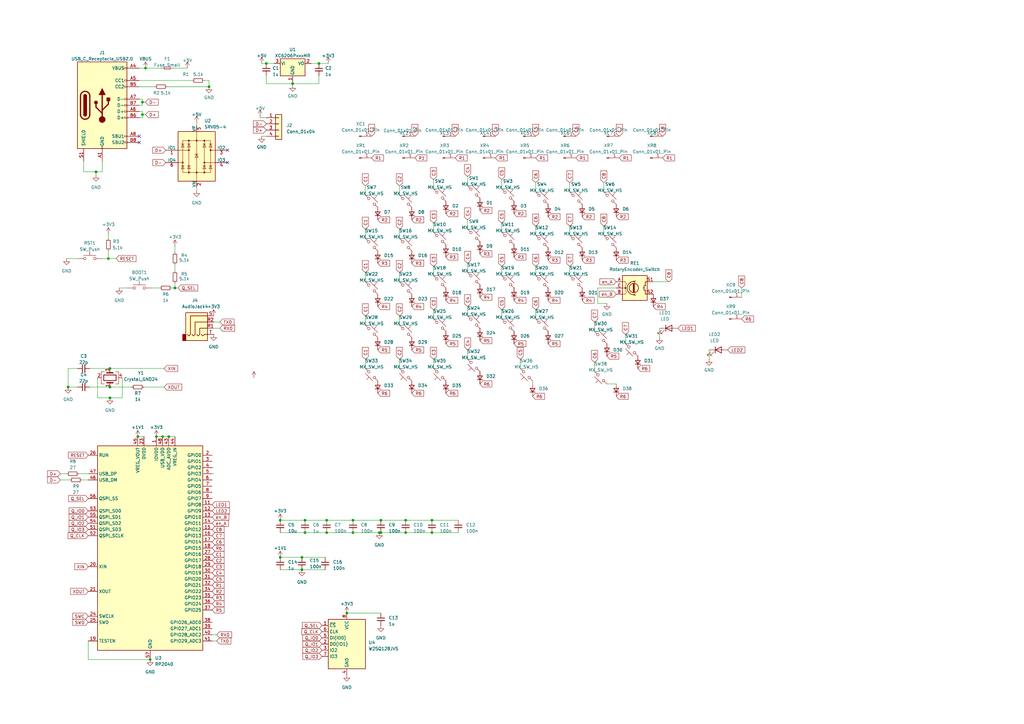
<source format=kicad_sch>
(kicad_sch (version 20231120) (generator "eeschema") (generator_version "8.0")
  (paper "A3")
  (junction (at 56.515 179.07))
  (junction (at 71.755 118.11))
  (junction (at 114.935 213.36))
  (junction (at 166.37 218.44))
  (junction (at 156.21 218.44))
  (junction (at 177.165 213.36))
  (junction (at 125.095 213.36))
  (junction (at 45.085 158.75))
  (junction (at 156.21 213.36))
  (junction (at 133.985 218.44))
  (junction (at 59.69 27.94))
  (junction (at 125.095 218.44))
  (junction (at 155.575 218.44))
  (junction (at 166.37 213.36))
  (junction (at 133.985 213.36))
  (junction (at 114.935 228.6))
  (junction (at 144.78 218.44))
  (junction (at 144.78 213.36))
  (junction (at 177.165 218.44))
  (junction (at 123.825 233.68))
  (junction (at 66.675 179.07))
  (junction (at 64.135 179.07))
  (junction (at 85.725 35.56))
  (junction (at 130.81 26.035))
  (junction (at 44.45 106.045))
  (junction (at 27.94 158.75))
  (junction (at 45.085 151.13))
  (junction (at 58.42 46.99))
  (junction (at 123.825 228.6))
  (junction (at 39.37 70.485))
  (junction (at 45.085 163.195))
  (junction (at 61.595 270.51))
  (junction (at 69.215 179.07))
  (junction (at 109.22 26.035))
  (junction (at 120.015 34.29))
  (junction (at 142.24 251.46))
  (junction (at 58.42 41.91))
  (no_connect (at 93.345 66.675))
  (no_connect (at 57.15 58.42))
  (no_connect (at 93.345 61.595))
  (no_connect (at 57.15 55.88))
  (wire (pts (xy 243.84 132.08) (xy 243.84 135.89)))
  (wire (pts (xy 219.71 92.71) (xy 219.71 96.52)))
  (wire (pts (xy 163.83 129.54) (xy 163.83 133.35)))
  (wire (pts (xy 59.69 27.94) (xy 66.04 27.94)))
  (wire (pts (xy 245.11 124.46) (xy 248.92 124.46)))
  (wire (pts (xy 56.515 179.07) (xy 59.055 179.07)))
  (wire (pts (xy 149.86 76.2) (xy 149.86 80.01)))
  (wire (pts (xy 59.69 41.91) (xy 58.42 41.91)))
  (wire (pts (xy 57.15 43.18) (xy 58.42 43.18)))
  (wire (pts (xy 57.15 48.26) (xy 58.42 48.26)))
  (wire (pts (xy 33.655 196.85) (xy 36.195 196.85)))
  (wire (pts (xy 219.71 74.93) (xy 219.71 78.74)))
  (wire (pts (xy 114.935 218.44) (xy 125.095 218.44)))
  (wire (pts (xy 233.68 92.71) (xy 233.68 96.52)))
  (wire (pts (xy 191.77 107.95) (xy 191.77 111.76)))
  (wire (pts (xy 45.085 151.13) (xy 67.31 151.13)))
  (wire (pts (xy 39.37 70.485) (xy 41.91 70.485)))
  (wire (pts (xy 45.085 163.195) (xy 50.165 163.195)))
  (wire (pts (xy 58.42 48.26) (xy 58.42 46.99)))
  (wire (pts (xy 106.68 47.625) (xy 106.68 48.26)))
  (wire (pts (xy 163.83 93.98) (xy 163.83 97.79)))
  (wire (pts (xy 36.83 151.13) (xy 45.085 151.13)))
  (wire (pts (xy 156.21 218.44) (xy 166.37 218.44)))
  (wire (pts (xy 156.21 213.36) (xy 166.37 213.36)))
  (wire (pts (xy 107.315 55.88) (xy 109.22 55.88)))
  (wire (pts (xy 86.995 262.89) (xy 88.9 262.89)))
  (wire (pts (xy 71.755 100.965) (xy 71.755 103.505)))
  (wire (pts (xy 125.095 218.44) (xy 133.985 218.44)))
  (wire (pts (xy 27.94 158.75) (xy 31.75 158.75)))
  (wire (pts (xy 109.22 26.035) (xy 112.395 26.035)))
  (wire (pts (xy 252.73 118.11) (xy 245.11 118.11)))
  (wire (pts (xy 130.81 34.29) (xy 130.81 31.115)))
  (wire (pts (xy 40.005 154.94) (xy 40.005 163.195)))
  (wire (pts (xy 114.935 213.36) (xy 125.095 213.36)))
  (wire (pts (xy 47.625 106.045) (xy 44.45 106.045)))
  (wire (pts (xy 114.935 233.68) (xy 123.825 233.68)))
  (wire (pts (xy 133.985 213.36) (xy 144.78 213.36)))
  (wire (pts (xy 39.37 71.755) (xy 39.37 70.485)))
  (wire (pts (xy 68.58 35.56) (xy 85.725 35.56)))
  (wire (pts (xy 243.84 148.59) (xy 243.84 152.4)))
  (wire (pts (xy 48.895 118.11) (xy 52.07 118.11)))
  (wire (pts (xy 114.935 228.6) (xy 123.825 228.6)))
  (wire (pts (xy 66.675 179.07) (xy 69.215 179.07)))
  (wire (pts (xy 233.68 109.22) (xy 233.68 113.03)))
  (wire (pts (xy 205.74 73.66) (xy 205.74 77.47)))
  (wire (pts (xy 252.73 157.48) (xy 248.92 157.48)))
  (wire (pts (xy 191.77 125.73) (xy 191.77 129.54)))
  (wire (pts (xy 44.45 102.87) (xy 44.45 106.045)))
  (wire (pts (xy 163.83 111.76) (xy 163.83 115.57)))
  (wire (pts (xy 191.77 90.17) (xy 191.77 93.98)))
  (wire (pts (xy 256.54 137.16) (xy 256.54 140.97)))
  (wire (pts (xy 166.37 218.44) (xy 177.165 218.44)))
  (wire (pts (xy 57.15 27.94) (xy 59.69 27.94)))
  (wire (pts (xy 85.725 33.02) (xy 83.82 33.02)))
  (wire (pts (xy 58.42 45.72) (xy 58.42 46.99)))
  (wire (pts (xy 205.74 127) (xy 205.74 130.81)))
  (wire (pts (xy 71.755 118.11) (xy 73.025 118.11)))
  (wire (pts (xy 177.8 73.66) (xy 177.8 77.47)))
  (wire (pts (xy 163.83 76.2) (xy 163.83 80.01)))
  (wire (pts (xy 34.29 70.485) (xy 39.37 70.485)))
  (wire (pts (xy 149.86 111.76) (xy 149.86 115.57)))
  (wire (pts (xy 163.83 147.32) (xy 163.83 151.13)))
  (wire (pts (xy 45.085 158.75) (xy 53.975 158.75)))
  (wire (pts (xy 58.42 41.91) (xy 58.42 43.18)))
  (wire (pts (xy 120.015 34.925) (xy 120.015 34.29)))
  (wire (pts (xy 36.195 262.89) (xy 36.195 270.51)))
  (wire (pts (xy 36.83 158.75) (xy 45.085 158.75)))
  (wire (pts (xy 245.11 118.11) (xy 245.11 124.46)))
  (wire (pts (xy 57.15 40.64) (xy 58.42 40.64)))
  (wire (pts (xy 149.86 129.54) (xy 149.86 133.35)))
  (wire (pts (xy 32.385 194.31) (xy 36.195 194.31)))
  (wire (pts (xy 41.91 70.485) (xy 41.91 66.04)))
  (wire (pts (xy 133.985 218.44) (xy 144.78 218.44)))
  (wire (pts (xy 87.63 194.31) (xy 86.995 194.31)))
  (wire (pts (xy 57.15 45.72) (xy 58.42 45.72)))
  (wire (pts (xy 267.97 115.57) (xy 274.32 115.57)))
  (wire (pts (xy 142.24 251.46) (xy 156.21 251.46)))
  (wire (pts (xy 149.86 147.32) (xy 149.86 151.13)))
  (wire (pts (xy 177.8 109.22) (xy 177.8 113.03)))
  (wire (pts (xy 58.42 46.99) (xy 59.69 46.99)))
  (wire (pts (xy 70.485 118.11) (xy 71.755 118.11)))
  (wire (pts (xy 24.765 194.31) (xy 27.305 194.31)))
  (wire (pts (xy 144.78 218.44) (xy 155.575 218.44)))
  (wire (pts (xy 58.42 40.64) (xy 58.42 41.91)))
  (wire (pts (xy 233.68 74.93) (xy 233.68 78.74)))
  (wire (pts (xy 218.44 157.48) (xy 218.44 156.21)))
  (wire (pts (xy 71.12 27.94) (xy 76.835 27.94)))
  (wire (pts (xy 109.22 31.115) (xy 109.22 34.29)))
  (wire (pts (xy 127.635 26.035) (xy 130.81 26.035)))
  (wire (pts (xy 247.65 92.71) (xy 247.65 96.52)))
  (wire (pts (xy 191.77 72.39) (xy 191.77 76.2)))
  (wire (pts (xy 219.71 109.22) (xy 219.71 113.03)))
  (wire (pts (xy 57.15 35.56) (xy 63.5 35.56)))
  (wire (pts (xy 177.8 91.44) (xy 177.8 95.25)))
  (wire (pts (xy 219.71 127) (xy 219.71 130.81)))
  (wire (pts (xy 57.15 33.02) (xy 78.74 33.02)))
  (wire (pts (xy 166.37 213.36) (xy 177.165 213.36)))
  (wire (pts (xy 62.23 118.11) (xy 65.405 118.11)))
  (wire (pts (xy 109.22 34.29) (xy 120.015 34.29)))
  (wire (pts (xy 80.645 78.105) (xy 80.645 76.835)))
  (wire (pts (xy 155.575 218.44) (xy 156.21 218.44)))
  (wire (pts (xy 177.8 127) (xy 177.8 130.81)))
  (wire (pts (xy 87.63 134.62) (xy 90.17 134.62)))
  (wire (pts (xy 34.29 66.04) (xy 34.29 70.485)))
  (wire (pts (xy 123.825 233.68) (xy 133.35 233.68)))
  (wire (pts (xy 28.575 196.85) (xy 24.765 196.85)))
  (wire (pts (xy 40.005 163.195) (xy 45.085 163.195)))
  (wire (pts (xy 80.645 50.165) (xy 80.645 51.435)))
  (wire (pts (xy 205.74 91.44) (xy 205.74 95.25)))
  (wire (pts (xy 149.86 93.98) (xy 149.86 97.79)))
  (wire (pts (xy 71.755 108.585) (xy 71.755 111.125)))
  (wire (pts (xy 123.825 228.6) (xy 133.35 228.6)))
  (wire (pts (xy 36.195 270.51) (xy 61.595 270.51)))
  (wire (pts (xy 86.995 260.35) (xy 88.9 260.35)))
  (wire (pts (xy 31.75 151.13) (xy 27.94 151.13)))
  (wire (pts (xy 290.83 143.51) (xy 290.83 147.32)))
  (wire (pts (xy 27.305 106.045) (xy 31.75 106.045)))
  (wire (pts (xy 130.81 26.035) (xy 134.62 26.035)))
  (wire (pts (xy 85.725 35.56) (xy 85.725 33.02)))
  (wire (pts (xy 125.095 213.36) (xy 133.985 213.36)))
  (wire (pts (xy 120.015 34.29) (xy 130.81 34.29)))
  (wire (pts (xy 27.94 151.13) (xy 27.94 158.75)))
  (wire (pts (xy 71.755 116.205) (xy 71.755 118.11)))
  (wire (pts (xy 107.315 26.035) (xy 109.22 26.035)))
  (wire (pts (xy 247.65 74.93) (xy 247.65 78.74)))
  (wire (pts (xy 177.165 218.44) (xy 187.96 218.44)))
  (wire (pts (xy 177.8 147.32) (xy 177.8 151.13)))
  (wire (pts (xy 44.45 95.885) (xy 44.45 97.79)))
  (wire (pts (xy 87.63 132.08) (xy 90.17 132.08)))
  (wire (pts (xy 213.36 147.32) (xy 213.36 151.13)))
  (wire (pts (xy 144.78 213.36) (xy 156.21 213.36)))
  (wire (pts (xy 304.165 118.11) (xy 304.165 121.92)))
  (wire (pts (xy 270.51 134.62) (xy 270.51 138.43)))
  (wire (pts (xy 106.68 48.26) (xy 109.22 48.26)))
  (wire (pts (xy 191.77 143.51) (xy 191.77 147.32)))
  (wire (pts (xy 69.215 179.07) (xy 71.755 179.07)))
  (wire (pts (xy 120.015 34.29) (xy 120.015 33.655)))
  (wire (pts (xy 177.165 213.36) (xy 187.96 213.36)))
  (wire (pts (xy 64.135 179.07) (xy 66.675 179.07)))
  (wire (pts (xy 59.055 158.75) (xy 67.31 158.75)))
  (wire (pts (xy 44.45 106.045) (xy 41.91 106.045)))
  (wire (pts (xy 87.63 191.77) (xy 86.995 191.77)))
  (wire (pts (xy 50.165 163.195) (xy 50.165 154.94)))
  (wire (pts (xy 205.74 109.22) (xy 205.74 113.03)))
  (global_label "C1" (shape input) (at 149.86 147.32 90) (property "Intersheetrefs" "${INTERSHEET_REFS}" (effects (hide yes))))
  (global_label "LED1" (shape input) (at 278.13 134.62 0) (property "Intersheetrefs" "${INTERSHEET_REFS}" (effects (hide yes))))
  (global_label "C2" (shape input) (at 163.83 129.54 90) (property "Intersheetrefs" "${INTERSHEET_REFS}" (effects (hide yes))))
  (global_label "XOUT" (shape input) (at 36.195 242.57 180) (property "Intersheetrefs" "${INTERSHEET_REFS}" (effects (hide yes))))
  (global_label "R5" (shape input) (at 86.995 250.19 0) (property "Intersheetrefs" "${INTERSHEET_REFS}" (effects (hide yes))))
  (global_label "R6" (shape input) (at 154.94 161.29 0) (property "Intersheetrefs" "${INTERSHEET_REFS}" (effects (hide yes))))
  (global_label "R5" (shape input) (at 248.92 146.05 0) (property "Intersheetrefs" "${INTERSHEET_REFS}" (effects (hide yes))))
  (global_label "C3" (shape input) (at 177.8 127 90) (property "Intersheetrefs" "${INTERSHEET_REFS}" (effects (hide yes))))
  (global_label "R2" (shape input) (at 168.91 90.17 0) (property "Intersheetrefs" "${INTERSHEET_REFS}" (effects (hide yes))))
  (global_label "C1" (shape input) (at 149.86 111.76 90) (property "Intersheetrefs" "${INTERSHEET_REFS}" (effects (hide yes))))
  (global_label "R4" (shape input) (at 210.82 123.19 0) (property "Intersheetrefs" "${INTERSHEET_REFS}" (effects (hide yes))))
  (global_label "C2" (shape input) (at 163.83 93.98 90) (property "Intersheetrefs" "${INTERSHEET_REFS}" (effects (hide yes))))
  (global_label "R6" (shape input) (at 196.85 157.48 0) (property "Intersheetrefs" "${INTERSHEET_REFS}" (effects (hide yes))))
  (global_label "C4" (shape input) (at 191.77 72.39 90) (property "Intersheetrefs" "${INTERSHEET_REFS}" (effects (hide yes))))
  (global_label "C5" (shape input) (at 219.71 55.88 90) (property "Intersheetrefs" "${INTERSHEET_REFS}" (effects (hide yes))))
  (global_label "C8" (shape input) (at 274.32 115.57 90) (property "Intersheetrefs" "${INTERSHEET_REFS}" (effects (hide yes))))
  (global_label "C3" (shape input) (at 177.8 91.44 90) (property "Intersheetrefs" "${INTERSHEET_REFS}" (effects (hide yes))))
  (global_label "R3" (shape input) (at 210.82 105.41 0) (property "Intersheetrefs" "${INTERSHEET_REFS}" (effects (hide yes))))
  (global_label "R1" (shape input) (at 254 64.77 0) (property "Intersheetrefs" "${INTERSHEET_REFS}" (effects (hide yes))))
  (global_label "R3" (shape input) (at 182.88 105.41 0) (property "Intersheetrefs" "${INTERSHEET_REFS}" (effects (hide yes))))
  (global_label "Q_IO1" (shape input) (at 132.08 264.16 180) (property "Intersheetrefs" "${INTERSHEET_REFS}" (effects (hide yes))))
  (global_label "R6" (shape input) (at 261.62 151.13 0) (property "Intersheetrefs" "${INTERSHEET_REFS}" (effects (hide yes))))
  (global_label "D-" (shape input) (at 59.69 41.91 0) (property "Intersheetrefs" "${INTERSHEET_REFS}" (effects (hide yes))))
  (global_label "Q_IO2" (shape input) (at 132.08 266.7 180) (property "Intersheetrefs" "${INTERSHEET_REFS}" (effects (hide yes))))
  (global_label "C4" (shape input) (at 191.77 107.95 90) (property "Intersheetrefs" "${INTERSHEET_REFS}" (effects (hide yes))))
  (global_label "C1" (shape input) (at 86.995 227.33 0) (property "Intersheetrefs" "${INTERSHEET_REFS}" (effects (hide yes))))
  (global_label "R2" (shape input) (at 86.995 242.57 0) (property "Intersheetrefs" "${INTERSHEET_REFS}" (effects (hide yes))))
  (global_label "C7" (shape input) (at 254 55.88 90) (property "Intersheetrefs" "${INTERSHEET_REFS}" (effects (hide yes))))
  (global_label "R5" (shape input) (at 210.82 140.97 0) (property "Intersheetrefs" "${INTERSHEET_REFS}" (effects (hide yes))))
  (global_label "R3" (shape input) (at 154.94 107.95 0) (property "Intersheetrefs" "${INTERSHEET_REFS}" (effects (hide yes))))
  (global_label "XOUT" (shape input) (at 67.31 158.75 0) (property "Intersheetrefs" "${INTERSHEET_REFS}" (effects (hide yes))))
  (global_label "R6" (shape input) (at 168.91 161.29 0) (property "Intersheetrefs" "${INTERSHEET_REFS}" (effects (hide yes))))
  (global_label "R4" (shape input) (at 154.94 125.73 0) (property "Intersheetrefs" "${INTERSHEET_REFS}" (effects (hide yes))))
  (global_label "R4" (shape input) (at 168.91 125.73 0) (property "Intersheetrefs" "${INTERSHEET_REFS}" (effects (hide yes))))
  (global_label "C7" (shape input) (at 86.995 219.71 0) (property "Intersheetrefs" "${INTERSHEET_REFS}" (effects (hide yes))))
  (global_label "C5" (shape input) (at 205.74 73.66 90) (property "Intersheetrefs" "${INTERSHEET_REFS}" (effects (hide yes))))
  (global_label "Q_SEL" (shape input) (at 36.195 204.47 180) (property "Intersheetrefs" "${INTERSHEET_REFS}" (effects (hide yes))))
  (global_label "Q_IO2" (shape input) (at 36.195 214.63 180) (property "Intersheetrefs" "${INTERSHEET_REFS}" (effects (hide yes))))
  (global_label "R3" (shape input) (at 86.995 245.11 0) (property "Intersheetrefs" "${INTERSHEET_REFS}" (effects (hide yes))))
  (global_label "Q_SEL" (shape input) (at 73.025 118.11 0) (property "Intersheetrefs" "${INTERSHEET_REFS}" (effects (hide yes))))
  (global_label "C4" (shape input) (at 203.2 55.88 90) (property "Intersheetrefs" "${INTERSHEET_REFS}" (effects (hide yes))))
  (global_label "C7" (shape input) (at 233.68 109.22 90) (property "Intersheetrefs" "${INTERSHEET_REFS}" (effects (hide yes))))
  (global_label "D-" (shape input) (at 67.945 66.675 180) (property "Intersheetrefs" "${INTERSHEET_REFS}" (effects (hide yes))))
  (global_label "RX0" (shape input) (at 88.9 260.35 0) (property "Intersheetrefs" "${INTERSHEET_REFS}" (effects (hide yes))))
  (global_label "C5" (shape input) (at 213.36 147.32 90) (property "Intersheetrefs" "${INTERSHEET_REFS}" (effects (hide yes))))
  (global_label "C6" (shape input) (at 219.71 92.71 90) (property "Intersheetrefs" "${INTERSHEET_REFS}" (effects (hide yes))))
  (global_label "R1" (shape input) (at 219.71 64.77 0) (property "Intersheetrefs" "${INTERSHEET_REFS}" (effects (hide yes))))
  (global_label "C8" (shape input) (at 86.995 217.17 0) (property "Intersheetrefs" "${INTERSHEET_REFS}" (effects (hide yes))))
  (global_label "R3" (shape input) (at 168.91 107.95 0) (property "Intersheetrefs" "${INTERSHEET_REFS}" (effects (hide yes))))
  (global_label "C2" (shape input) (at 86.995 229.87 0) (property "Intersheetrefs" "${INTERSHEET_REFS}" (effects (hide yes))))
  (global_label "D+" (shape input) (at 59.69 46.99 0) (property "Intersheetrefs" "${INTERSHEET_REFS}" (effects (hide yes))))
  (global_label "Q_IO3" (shape input) (at 132.08 269.24 180) (property "Intersheetrefs" "${INTERSHEET_REFS}" (effects (hide yes))))
  (global_label "Q_CLK" (shape input) (at 132.08 259.08 180) (property "Intersheetrefs" "${INTERSHEET_REFS}" (effects (hide yes))))
  (global_label "LED1" (shape input) (at 86.995 207.01 0) (property "Intersheetrefs" "${INTERSHEET_REFS}" (effects (hide yes))))
  (global_label "C1" (shape input) (at 149.86 93.98 90) (property "Intersheetrefs" "${INTERSHEET_REFS}" (effects (hide yes))))
  (global_label "C4" (shape input) (at 191.77 90.17 90) (property "Intersheetrefs" "${INTERSHEET_REFS}" (effects (hide yes))))
  (global_label "C3" (shape input) (at 86.995 232.41 0) (property "Intersheetrefs" "${INTERSHEET_REFS}" (effects (hide yes))))
  (global_label "D-" (shape input) (at 24.765 196.85 180) (property "Intersheetrefs" "${INTERSHEET_REFS}" (effects (hide yes))))
  (global_label "R1" (shape input) (at 152.4 64.77 0) (property "Intersheetrefs" "${INTERSHEET_REFS}" (effects (hide yes))))
  (global_label "Q_IO3" (shape input) (at 36.195 217.17 180) (property "Intersheetrefs" "${INTERSHEET_REFS}" (effects (hide yes))))
  (global_label "C8" (shape input) (at 247.65 92.71 90) (property "Intersheetrefs" "${INTERSHEET_REFS}" (effects (hide yes))))
  (global_label "R2" (shape input) (at 154.94 90.17 0) (property "Intersheetrefs" "${INTERSHEET_REFS}" (effects (hide yes))))
  (global_label "C1" (shape input) (at 149.86 76.2 90) (property "Intersheetrefs" "${INTERSHEET_REFS}" (effects (hide yes))))
  (global_label "RX0" (shape input) (at 90.17 134.62 0) (property "Intersheetrefs" "${INTERSHEET_REFS}" (effects (hide yes))))
  (global_label "C2" (shape input) (at 163.83 111.76 90) (property "Intersheetrefs" "${INTERSHEET_REFS}" (effects (hide yes))))
  (global_label "C6" (shape input) (at 219.71 109.22 90) (property "Intersheetrefs" "${INTERSHEET_REFS}" (effects (hide yes))))
  (global_label "R3" (shape input) (at 224.79 106.68 0) (property "Intersheetrefs" "${INTERSHEET_REFS}" (effects (hide yes))))
  (global_label "C6" (shape input) (at 219.71 127 90) (property "Intersheetrefs" "${INTERSHEET_REFS}" (effects (hide yes))))
  (global_label "C5" (shape input) (at 205.74 91.44 90) (property "Intersheetrefs" "${INTERSHEET_REFS}" (effects (hide yes))))
  (global_label "C7" (shape input) (at 243.84 132.08 90) (property "Intersheetrefs" "${INTERSHEET_REFS}" (effects (hide yes))))
  (global_label "D+" (shape input) (at 24.765 194.31 180) (property "Intersheetrefs" "${INTERSHEET_REFS}" (effects (hide yes))))
  (global_label "C2" (shape input) (at 163.83 147.32 90) (property "Intersheetrefs" "${INTERSHEET_REFS}" (effects (hide yes))))
  (global_label "C4" (shape input) (at 191.77 125.73 90) (property "Intersheetrefs" "${INTERSHEET_REFS}" (effects (hide yes))))
  (global_label "R6" (shape input) (at 252.73 162.56 0) (property "Intersheetrefs" "${INTERSHEET_REFS}" (effects (hide yes))))
  (global_label "R2" (shape input) (at 252.73 88.9 0) (property "Intersheetrefs" "${INTERSHEET_REFS}" (effects (hide yes))))
  (global_label "RESET" (shape input) (at 36.195 186.69 180) (property "Intersheetrefs" "${INTERSHEET_REFS}" (effects (hide yes))))
  (global_label "D+" (shape input) (at 109.22 53.34 180) (property "Intersheetrefs" "${INTERSHEET_REFS}" (effects (hide yes))))
  (global_label "en_B" (shape input) (at 86.995 212.09 0) (property "Intersheetrefs" "${INTERSHEET_REFS}" (effects (hide yes))))
  (global_label "R5" (shape input) (at 224.79 140.97 0) (property "Intersheetrefs" "${INTERSHEET_REFS}" (effects (hide yes))))
  (global_label "D-" (shape input) (at 109.22 50.8 180) (property "Intersheetrefs" "${INTERSHEET_REFS}" (effects (hide yes))))
  (global_label "C6" (shape input) (at 219.71 74.93 90) (property "Intersheetrefs" "${INTERSHEET_REFS}" (effects (hide yes))))
  (global_label "C3" (shape input) (at 186.69 55.88 90) (property "Intersheetrefs" "${INTERSHEET_REFS}" (effects (hide yes))))
  (global_label "C3" (shape input) (at 177.8 109.22 90) (property "Intersheetrefs" "${INTERSHEET_REFS}" (effects (hide yes))))
  (global_label "C4" (shape input) (at 191.77 143.51 90) (property "Intersheetrefs" "${INTERSHEET_REFS}" (effects (hide yes))))
  (global_label "LED2" (shape input) (at 86.995 209.55 0) (property "Intersheetrefs" "${INTERSHEET_REFS}" (effects (hide yes))))
  (global_label "R5" (shape input) (at 182.88 140.97 0) (property "Intersheetrefs" "${INTERSHEET_REFS}" (effects (hide yes))))
  (global_label "R1" (shape input) (at 271.78 64.77 0) (property "Intersheetrefs" "${INTERSHEET_REFS}" (effects (hide yes))))
  (global_label "Q_SEL" (shape input) (at 132.08 256.54 180) (property "Intersheetrefs" "${INTERSHEET_REFS}" (effects (hide yes))))
  (global_label "en_A" (shape input) (at 252.73 115.57 180) (property "Intersheetrefs" "${INTERSHEET_REFS}" (effects (hide yes))))
  (global_label "R5" (shape input) (at 154.94 143.51 0) (property "Intersheetrefs" "${INTERSHEET_REFS}" (effects (hide yes))))
  (global_label "D+" (shape input) (at 67.945 61.595 180) (property "Intersheetrefs" "${INTERSHEET_REFS}" (effects (hide yes))))
  (global_label "R5" (shape input) (at 196.85 139.7 0) (property "Intersheetrefs" "${INTERSHEET_REFS}" (effects (hide yes))))
  (global_label "C3" (shape input) (at 177.8 73.66 90) (property "Intersheetrefs" "${INTERSHEET_REFS}" (effects (hide yes))))
  (global_label "C5" (shape input) (at 86.995 237.49 0) (property "Intersheetrefs" "${INTERSHEET_REFS}" (effects (hide yes))))
  (global_label "C2" (shape input) (at 170.18 55.88 90) (property "Intersheetrefs" "${INTERSHEET_REFS}" (effects (hide yes))))
  (global_label "R1" (shape input) (at 203.2 64.77 0) (property "Intersheetrefs" "${INTERSHEET_REFS}" (effects (hide yes))))
  (global_label "SWC" (shape input) (at 36.195 252.73 180) (property "Intersheetrefs" "${INTERSHEET_REFS}" (effects (hide yes))))
  (global_label "R6" (shape input) (at 86.995 224.79 0) (property "Intersheetrefs" "${INTERSHEET_REFS}" (effects (hide yes))))
  (global_label "R2" (shape input) (at 224.79 88.9 0) (property "Intersheetrefs" "${INTERSHEET_REFS}" (effects (hide yes))))
  (global_label "C1" (shape input) (at 152.4 55.88 90) (property "Intersheetrefs" "${INTERSHEET_REFS}" (effects (hide yes))))
  (global_label "C7" (shape input) (at 233.68 92.71 90) (property "Intersheetrefs" "${INTERSHEET_REFS}" (effects (hide yes))))
  (global_label "R1" (shape input) (at 186.69 64.77 0) (property "Intersheetrefs" "${INTERSHEET_REFS}" (effects (hide yes))))
  (global_label "C1" (shape input) (at 149.86 129.54 90) (property "Intersheetrefs" "${INTERSHEET_REFS}" (effects (hide yes))))
  (global_label "R2" (shape input) (at 182.88 87.63 0) (property "Intersheetrefs" "${INTERSHEET_REFS}" (effects (hide yes))))
  (global_label "Q_CLK" (shape input) (at 36.195 219.71 180) (property "Intersheetrefs" "${INTERSHEET_REFS}" (effects (hide yes))))
  (global_label "R1" (shape input) (at 236.22 64.77 0) (property "Intersheetrefs" "${INTERSHEET_REFS}" (effects (hide yes))))
  (global_label "R6" (shape input) (at 182.88 161.29 0) (property "Intersheetrefs" "${INTERSHEET_REFS}" (effects (hide yes))))
  (global_label "R4" (shape input) (at 267.97 125.73 0) (property "Intersheetrefs" "${INTERSHEET_REFS}" (effects (hide yes))))
  (global_label "C6" (shape input) (at 236.22 55.88 90) (property "Intersheetrefs" "${INTERSHEET_REFS}" (effects (hide yes))))
  (global_label "C7" (shape input) (at 233.68 74.93 90) (property "Intersheetrefs" "${INTERSHEET_REFS}" (effects (hide yes))))
  (global_label "R1" (shape input) (at 86.995 240.03 0) (property "Intersheetrefs" "${INTERSHEET_REFS}" (effects (hide yes))))
  (global_label "Q_IO0" (shape input) (at 36.195 209.55 180) (property "Intersheetrefs" "${INTERSHEET_REFS}" (effects (hide yes))))
  (global_label "C7" (shape input) (at 256.54 137.16 90) (property "Intersheetrefs" "${INTERSHEET_REFS}" (effects (hide yes))))
  (global_label "C3" (shape input) (at 177.8 147.32 90) (property "Intersheetrefs" "${INTERSHEET_REFS}" (effects (hide yes))))
  (global_label "C8" (shape input) (at 271.78 55.88 90) (property "Intersheetrefs" "${INTERSHEET_REFS}" (effects (hide yes))))
  (global_label "en_A" (shape input) (at 86.995 214.63 0) (property "Intersheetrefs" "${INTERSHEET_REFS}" (effects (hide yes))))
  (global_label "Q_IO1" (shape input) (at 36.195 212.09 180) (property "Intersheetrefs" "${INTERSHEET_REFS}" (effects (hide yes))))
  (global_label "RESET" (shape input) (at 47.625 106.045 0) (property "Intersheetrefs" "${INTERSHEET_REFS}" (effects (hide yes))))
  (global_label "Q_IO0" (shape input) (at 132.08 261.62 180) (property "Intersheetrefs" "${INTERSHEET_REFS}" (effects (hide yes))))
  (global_label "C5" (shape input) (at 205.74 109.22 90) (property "Intersheetrefs" "${INTERSHEET_REFS}" (effects (hide yes))))
  (global_label "LED2" (shape input) (at 298.45 143.51 0) (property "Intersheetrefs" "${INTERSHEET_REFS}" (effects (hide yes))))
  (global_label "R3" (shape input) (at 238.76 106.68 0) (property "Intersheetrefs" "${INTERSHEET_REFS}" (effects (hide yes))))
  (global_label "R4" (shape input) (at 238.76 123.19 0) (property "Intersheetrefs" "${INTERSHEET_REFS}" (effects (hide yes))))
  (global_label "R4" (shape input) (at 224.79 123.19 0) (property "Intersheetrefs" "${INTERSHEET_REFS}" (effects (hide yes))))
  (global_label "R5" (shape input) (at 168.91 143.51 0) (property "Intersheetrefs" "${INTERSHEET_REFS}" (effects (hide yes))))
  (global_label "R6" (shape input) (at 304.165 130.81 0) (property "Intersheetrefs" "${INTERSHEET_REFS}" (effects (hide yes))))
  (global_label "SWD" (shape input) (at 36.195 255.27 180) (property "Intersheetrefs" "${INTERSHEET_REFS}" (effects (hide yes))))
  (global_label "C8" (shape input) (at 247.65 74.93 90) (property "Intersheetrefs" "${INTERSHEET_REFS}" (effects (hide yes))))
  (global_label "C2" (shape input) (at 163.83 76.2 90) (property "Intersheetrefs" "${INTERSHEET_REFS}" (effects (hide yes))))
  (global_label "TX0" (shape input) (at 90.17 132.08 0) (property "Intersheetrefs" "${INTERSHEET_REFS}" (effects (hide yes))))
  (global_label "C6" (shape input) (at 243.84 148.59 90) (property "Intersheetrefs" "${INTERSHEET_REFS}" (effects (hide yes))))
  (global_label "C6" (shape input) (at 86.995 222.25 0) (property "Intersheetrefs" "${INTERSHEET_REFS}" (effects (hide yes))))
  (global_label "R2" (shape input) (at 196.85 86.36 0) (property "Intersheetrefs" "${INTERSHEET_REFS}" (effects (hide yes))))
  (global_label "R4" (shape input) (at 196.85 121.92 0) (property "Intersheetrefs" "${INTERSHEET_REFS}" (effects (hide yes))))
  (global_label "R4" (shape input) (at 86.995 247.65 0) (property "Intersheetrefs" "${INTERSHEET_REFS}" (effects (hide yes))))
  (global_label "C4" (shape input) (at 86.995 234.95 0) (property "Intersheetrefs" "${INTERSHEET_REFS}" (effects (hide yes))))
  (global_label "XIN" (shape input) (at 36.195 232.41 180) (property "Intersheetrefs" "${INTERSHEET_REFS}" (effects (hide yes))))
  (global_label "R1" (shape input) (at 170.18 64.77 0) (property "Intersheetrefs" "${INTERSHEET_REFS}" (effects (hide yes))))
  (global_label "TX0" (shape input) (at 88.9 262.89 0) (property "Intersheetrefs" "${INTERSHEET_REFS}" (effects (hide yes))))
  (global_label "R2" (shape input) (at 210.82 87.63 0) (property "Intersheetrefs" "${INTERSHEET_REFS}" (effects (hide yes))))
  (global_label "C5" (shape input) (at 205.74 127 90) (property "Intersheetrefs" "${INTERSHEET_REFS}" (effects (hide yes))))
  (global_label "XIN" (shape input) (at 67.31 151.13 0) (property "Intersheetrefs" "${INTERSHEET_REFS}" (effects (hide yes))))
  (global_label "R4" (shape input) (at 182.88 123.19 0) (property "Intersheetrefs" "${INTERSHEET_REFS}" (effects (hide yes))))
  (global_label "en_B" (shape input) (at 252.73 120.65 180) (property "Intersheetrefs" "${INTERSHEET_REFS}" (effects (hide yes))))
  (global_label "R6" (shape input) (at 218.44 162.56 0) (property "Intersheetrefs" "${INTERSHEET_REFS}" (effects (hide yes))))
  (global_label "R2" (shape input) (at 238.76 88.9 0) (property "Intersheetrefs" "${INTERSHEET_REFS}" (effects (hide yes))))
  (global_label "C8" (shape input) (at 304.165 118.11 90) (property "Intersheetrefs" "${INTERSHEET_REFS}" (effects (hide yes))))
  (global_label "R3" (shape input) (at 252.73 106.68 0) (property "Intersheetrefs" "${INTERSHEET_REFS}" (effects (hide yes))))
  (global_label "R3" (shape input) (at 196.85 104.14 0) (property "Intersheetrefs" "${INTERSHEET_REFS}" (effects (hide yes))))
  (symbol (lib_id "Device:C_Small") (at 133.985 215.9 0) (unit 1)
    (property "Reference" "C7" (at 137.16 215.2713 0) (effects (justify left)))
    (property "Value" "100n" (at 137.16 217.8113 0) (effects (justify left)))
    (property "Footprint" "Capacitor_SMD:C_0402_1005Metric" (effects (hide yes)))
  )
  (symbol (lib_id "Regulator_Linear:XC6206PxxxMR") (at 120.015 26.035 0) (unit 1)
    (property "Reference" "U1" (at 120.015 20.32 0))
    (property "Value" "XC6206PxxxMR" (at 120.015 22.86 0))
    (property "Footprint" "Package_TO_SOT_SMD:SOT-23-3" (effects (hide yes)))
    (property "Datasheet" "https://www.torexsemi.com/file/xc6206/XC6206.pdf" (effects (hide yes)))
  )
  (symbol (lib_id "Device:D_Small") (at 168.91 105.41 90) (unit 1)
    (property "Reference" "D16" (at 171.45 104.775 90) (effects (justify right)))
    (property "Value" "D_Small" (effects (hide yes)))
    (property "Footprint" "Diode_SMD:D_SOD-123" (effects (hide yes)))
    (property "Sim.Device" "D" (effects (hide yes)))
    (property "Sim.Pins" "1=K 2=A" (effects (hide yes)))
  )
  (symbol (lib_id "marbastlib-mx:MX_SW_HS") (at 152.4 118.11 0) (unit 1)
    (property "Reference" "SW22" (at 152.4 112.395 0))
    (property "Value" "MX_SW_HS" (at 152.4 114.935 0))
    (property "Footprint" "PCM_marbastlib-choc:SW_choc_v1_HS_CPG135001S30_1u" (effects (hide yes)))
  )
  (symbol (lib_id "Connector:Conn_01x01_Pin") (at 147.32 64.77 0) (unit 1)
    (property "Reference" "XR1" (at 147.955 59.69 0))
    (property "Value" "Conn_01x01_Pin" (at 147.955 62.23 0))
    (property "Footprint" "Connector_Pin:Pin_D0.7mm_L6.5mm_W1.8mm_FlatFork" (effects (hide yes)))
    (property "Description" "Generic connector, single row, 01x01, script generated" (effects (hide yes)))
  )
  (symbol (lib_id "Device:R_Small") (at 31.115 196.85 90) (unit 1)
    (property "Reference" "R9" (at 31.115 199.39 90))
    (property "Value" "27" (at 31.115 201.93 90))
    (property "Footprint" "Resistor_SMD:R_0402_1005Metric" (effects (hide yes)))
  )
  (symbol (lib_id "Connector:Conn_01x01_Pin") (at 248.92 55.88 0) (unit 1)
    (property "Reference" "XC7" (at 249.555 54.61 0))
    (property "Value" "Conn_01x01_Pin" (at 249.555 53.34 0))
    (property "Footprint" "Connector_Pin:Pin_D0.7mm_L6.5mm_W1.8mm_FlatFork" (effects (hide yes)))
    (property "Description" "Generic connector, single row, 01x01, script generated" (effects (hide yes)))
  )
  (symbol (lib_id "marbastlib-mx:MX_SW_HS") (at 222.25 81.28 0) (unit 1)
    (property "Reference" "SW4" (at 222.25 75.565 0))
    (property "Value" "MX_SW_HS" (at 222.25 78.105 0))
    (property "Footprint" "PCM_marbastlib-choc:SW_choc_v1_HS_CPG135001S30_1u" (effects (hide yes)))
  )
  (symbol (lib_id "Device:D_Small") (at 154.94 123.19 90) (unit 1)
    (property "Reference" "D22" (at 157.48 122.555 90) (effects (justify right)))
    (property "Value" "D_Small" (effects (hide yes)))
    (property "Footprint" "Diode_SMD:D_SOD-123" (effects (hide yes)))
    (property "Sim.Device" "D" (effects (hide yes)))
    (property "Sim.Pins" "1=K 2=A" (effects (hide yes)))
  )
  (symbol (lib_id "power:+5V") (at 107.315 26.035 0) (unit 1)
    (property "Reference" "#PWR01" (effects (hide yes)))
    (property "Value" "+5V" (at 107.315 22.86 0))
  )
  (symbol (lib_id "marbastlib-mx:MX_SW_HS") (at 246.38 138.43 0) (unit 1)
    (property "Reference" "SW30" (at 246.38 132.715 0))
    (property "Value" "MX_SW_HS" (at 246.38 135.255 0))
    (property "Footprint" "PCM_marbastlib-choc:SW_choc_v1_HS_CPG135001S30_1u" (effects (hide yes)))
  )
  (symbol (lib_id "marbastlib-mx:MX_SW_HS") (at 180.34 133.35 0) (unit 1)
    (property "Reference" "SW25" (at 180.34 127.635 0))
    (property "Value" "MX_SW_HS" (at 180.34 130.175 0))
    (property "Footprint" "PCM_marbastlib-choc:SW_choc_v1_HS_CPG135001S30_1u" (effects (hide yes)))
  )
  (symbol (lib_id "marbastlib-mx:MX_SW_HS") (at 250.19 99.06 0) (unit 1)
    (property "Reference" "SW14" (at 250.19 93.345 0))
    (property "Value" "MX_SW_HS" (at 250.19 95.885 0))
    (property "Footprint" "PCM_marbastlib-choc:SW_choc_v1_HS_CPG135001S30_1u" (effects (hide yes)))
  )
  (symbol (lib_id "marbastlib-mx:MX_SW_HS") (at 166.37 118.11 0) (unit 1)
    (property "Reference" "SW23" (at 166.37 112.395 0))
    (property "Value" "MX_SW_HS" (at 166.37 114.935 0))
    (property "Footprint" "PCM_marbastlib-choc:SW_choc_v1_HS_CPG135001S30_1u" (effects (hide yes)))
  )
  (symbol (lib_id "marbastlib-mx:MX_SW_HS") (at 208.28 133.35 0) (unit 1)
    (property "Reference" "SW26" (at 208.28 127.635 0))
    (property "Value" "MX_SW_HS" (at 208.28 130.175 0))
    (property "Footprint" "PCM_marbastlib-choc:SW_choc_v1_HS_CPG135001S30_1u" (effects (hide yes)))
  )
  (symbol (lib_id "marbastlib-mx:MX_SW_HS") (at 208.28 97.79 0) (unit 1)
    (property "Reference" "SW11" (at 208.28 92.075 0))
    (property "Value" "MX_SW_HS" (at 208.28 94.615 0))
    (property "Footprint" "PCM_marbastlib-choc:SW_choc_v1_HS_CPG135001S30_1u" (effects (hide yes)))
  )
  (symbol (lib_id "power:+3V3") (at 114.935 213.36 0) (unit 1)
    (property "Reference" "#PWR022" (effects (hide yes)))
    (property "Value" "+3V3" (at 114.935 209.55 0))
  )
  (symbol (lib_id "Connector:Conn_01x01_Pin") (at 181.61 64.77 0) (unit 1)
    (property "Reference" "XR3" (at 182.372 59.69 0))
    (property "Value" "Conn_01x01_Pin" (at 182.245 62.23 0))
    (property "Footprint" "Connector_Pin:Pin_D0.7mm_L6.5mm_W1.8mm_FlatFork" (effects (hide yes)))
    (property "Description" "Generic connector, single row, 01x01, script generated" (effects (hide yes)))
  )
  (symbol (lib_id "Connector:Conn_01x01_Pin") (at 231.14 55.88 0) (unit 1)
    (property "Reference" "XC6" (at 231.775 54.61 0))
    (property "Value" "Conn_01x01_Pin" (at 231.775 53.34 0))
    (property "Footprint" "Connector_Pin:Pin_D0.7mm_L6.5mm_W1.8mm_FlatFork" (effects (hide yes)))
    (property "Description" "Generic connector, single row, 01x01, script generated" (effects (hide yes)))
  )
  (symbol (lib_id "Device:D_Small") (at 238.76 86.36 90) (unit 1)
    (property "Reference" "D5" (at 241.3 85.725 90) (effects (justify right)))
    (property "Value" "D_Small" (effects (hide yes)))
    (property "Footprint" "Diode_SMD:D_SOD-123" (effects (hide yes)))
    (property "Sim.Device" "D" (effects (hide yes)))
    (property "Sim.Pins" "1=K 2=A" (effects (hide yes)))
  )
  (symbol (lib_id "Device:D_Small") (at 224.79 104.14 90) (unit 1)
    (property "Reference" "D12" (at 227.33 103.505 90) (effects (justify right)))
    (property "Value" "D_Small" (effects (hide yes)))
    (property "Footprint" "Diode_SMD:D_SOD-123" (effects (hide yes)))
    (property "Sim.Device" "D" (effects (hide yes)))
    (property "Sim.Pins" "1=K 2=A" (effects (hide yes)))
  )
  (symbol (lib_id "Device:D_Small") (at 224.79 86.36 90) (unit 1)
    (property "Reference" "D4" (at 227.33 85.725 90) (effects (justify right)))
    (property "Value" "D_Small" (effects (hide yes)))
    (property "Footprint" "Diode_SMD:D_SOD-123" (effects (hide yes)))
    (property "Sim.Device" "D" (effects (hide yes)))
    (property "Sim.Pins" "1=K 2=A" (effects (hide yes)))
  )
  (symbol (lib_id "marbastlib-mx:MX_SW_HS") (at 152.4 100.33 0) (unit 1)
    (property "Reference" "SW15" (at 152.4 94.615 0))
    (property "Value" "MX_SW_HS" (at 152.4 97.155 0))
    (property "Footprint" "PCM_marbastlib-choc:SW_choc_v1_HS_CPG135001S30_1u" (effects (hide yes)))
  )
  (symbol (lib_id "Device:D_Small") (at 224.79 138.43 90) (unit 1)
    (property "Reference" "D27" (at 227.33 137.795 90) (effects (justify right)))
    (property "Value" "D_Small" (effects (hide yes)))
    (property "Footprint" "Diode_SMD:D_SOD-123" (effects (hide yes)))
    (property "Sim.Device" "D" (effects (hide yes)))
    (property "Sim.Pins" "1=K 2=A" (effects (hide yes)))
  )
  (symbol (lib_id "Connector:Conn_01x01_Pin") (at 198.12 55.88 0) (unit 1)
    (property "Reference" "XC4" (at 198.755 54.61 0))
    (property "Value" "Conn_01x01_Pin" (at 198.755 53.34 0))
    (property "Footprint" "Connector_Pin:Pin_D0.7mm_L6.5mm_W1.8mm_FlatFork" (effects (hide yes)))
    (property "Description" "Generic connector, single row, 01x01, script generated" (effects (hide yes)))
  )
  (symbol (lib_id "power:GND") (at 107.315 55.88 0) (unit 1)
    (property "Reference" "#PWR09" (effects (hide yes)))
    (property "Value" "GND" (at 107.315 60.325 0))
  )
  (symbol (lib_id "power:+3V3") (at 134.62 26.035 0) (unit 1)
    (property "Reference" "#PWR02" (effects (hide yes)))
    (property "Value" "+3V3" (at 134.62 22.86 0))
  )
  (symbol (lib_id "Device:D_Small") (at 154.94 140.97 90) (unit 1)
    (property "Reference" "D28" (at 157.48 140.335 90) (effects (justify right)))
    (property "Value" "D_Small" (effects (hide yes)))
    (property "Footprint" "Diode_SMD:D_SOD-123" (effects (hide yes)))
    (property "Sim.Device" "D" (effects (hide yes)))
    (property "Sim.Pins" "1=K 2=A" (effects (hide yes)))
  )
  (symbol (lib_id "Device:D_Small") (at 154.94 158.75 90) (unit 1)
    (property "Reference" "D33" (at 157.48 158.115 90) (effects (justify right)))
    (property "Value" "D_Small" (effects (hide yes)))
    (property "Footprint" "Diode_SMD:D_SOD-123" (effects (hide yes)))
    (property "Sim.Device" "D" (effects (hide yes)))
    (property "Sim.Pins" "1=K 2=A" (effects (hide yes)))
  )
  (symbol (lib_id "Device:D_Small") (at 252.73 160.02 90) (unit 1)
    (property "Reference" "D38" (at 255.27 159.385 90) (effects (justify right)))
    (property "Value" "D_Small" (effects (hide yes)))
    (property "Footprint" "Diode_SMD:D_SOD-123" (effects (hide yes)))
    (property "Sim.Device" "D" (effects (hide yes)))
    (property "Sim.Pins" "1=K 2=A" (effects (hide yes)))
  )
  (symbol (lib_id "marbastlib-mx:MX_SW_HS") (at 236.22 115.57 0) (unit 1)
    (property "Reference" "SW21" (at 236.22 109.855 0))
    (property "Value" "MX_SW_HS" (at 236.22 112.395 0))
    (property "Footprint" "PCM_marbastlib-choc:SW_choc_v1_HS_CPG135001S30_1u" (effects (hide yes)))
  )
  (symbol (lib_id "marbastlib-mx:MX_SW_HS") (at 215.9 153.67 180) (unit 1)
    (property "Reference" "SW36" (at 215.9 147.955 0))
    (property "Value" "MX_SW_HS" (at 215.9 150.495 0))
    (property "Footprint" "PCM_marbastlib-choc:SW_choc_v1_HS_CPG135001S30_1.5u" (effects (hide yes)))
  )
  (symbol (lib_id "Device:D_Small") (at 267.97 123.19 90) (unit 1)
    (property "Reference" "D37" (at 270.51 122.555 90) (effects (justify right)))
    (property "Value" "D_Small" (effects (hide yes)))
    (property "Footprint" "Diode_SMD:D_SOD-123" (effects (hide yes)))
    (property "Sim.Device" "D" (effects (hide yes)))
    (property "Sim.Pins" "1=K 2=A" (effects (hide yes)))
  )
  (symbol (lib_id "power:+5V") (at 80.645 50.165 0) (unit 1)
    (property "Reference" "#PWR08" (effects (hide yes)))
    (property "Value" "+5V" (at 80.645 46.99 0))
  )
  (symbol (lib_id "power:+3V3") (at 64.135 179.07 0) (unit 1)
    (property "Reference" "#PWR021" (effects (hide yes)))
    (property "Value" "+3V3" (at 64.135 175.26 0))
  )
  (symbol (lib_id "power:GND") (at 142.24 276.86 0) (unit 1)
    (property "Reference" "#PWR029" (effects (hide yes)))
    (property "Value" "GND" (at 142.24 281.94 0))
  )
  (symbol (lib_id "Device:D_Small") (at 168.91 87.63 90) (unit 1)
    (property "Reference" "D8" (at 171.45 86.995 90) (effects (justify right)))
    (property "Value" "D_Small" (effects (hide yes)))
    (property "Footprint" "Diode_SMD:D_SOD-123" (effects (hide yes)))
    (property "Sim.Device" "D" (effects (hide yes)))
    (property "Sim.Pins" "1=K 2=A" (effects (hide yes)))
  )
  (symbol (lib_id "MCU_RaspberryPi:RP2040") (at 61.595 224.79 0) (unit 1)
    (property "Reference" "U3" (at 63.5509 269.875 0) (effects (justify left)))
    (property "Value" "RP2040" (at 63.5509 272.415 0) (effects (justify left)))
    (property "Footprint" "Package_DFN_QFN:QFN-56-1EP_7x7mm_P0.4mm_EP3.2x3.2mm" (effects (hide yes)))
    (property "Datasheet" "https://datasheets.raspberrypi.com/rp2040/rp2040-datasheet.pdf" (effects (hide yes)))
  )
  (symbol (lib_id "marbastlib-mx:MX_SW_HS") (at 166.37 82.55 0) (unit 1)
    (property "Reference" "SW8" (at 166.37 76.835 0))
    (property "Value" "MX_SW_HS" (at 166.37 79.375 0))
    (property "Footprint" "PCM_marbastlib-choc:SW_choc_v1_HS_CPG135001S30_1u" (effects (hide yes)))
  )
  (symbol (lib_id "marbastlib-mx:MX_SW_HS") (at 222.25 133.35 0) (unit 1)
    (property "Reference" "SW27" (at 222.25 127.635 0))
    (property "Value" "MX_SW_HS" (at 222.25 130.175 0))
    (property "Footprint" "PCM_marbastlib-choc:SW_choc_v1_HS_CPG135001S30_1u" (effects (hide yes)))
  )
  (symbol (lib_id "marbastlib-mx:MX_SW_HS") (at 166.37 135.89 0) (unit 1)
    (property "Reference" "SW29" (at 166.37 130.175 0))
    (property "Value" "MX_SW_HS" (at 166.37 132.715 0))
    (property "Footprint" "PCM_marbastlib-choc:SW_choc_v1_HS_CPG135001S30_1u" (effects (hide yes)))
  )
  (symbol (lib_id "Connector:Conn_01x01_Pin") (at 299.085 121.92 0) (unit 1)
    (property "Reference" "XC9" (at 299.72 116.84 0))
    (property "Value" "Conn_01x01_Pin" (at 299.72 119.38 0))
    (property "Footprint" "Connector_Pin:Pin_D0.7mm_L6.5mm_W1.8mm_FlatFork" (effects (hide yes)))
    (property "Description" "Generic connector, single row, 01x01, script generated" (effects (hide yes)))
  )
  (symbol (lib_id "marbastlib-mx:MX_SW_HS") (at 166.37 153.67 180) (unit 1)
    (property "Reference" "SW34" (at 166.37 147.955 0))
    (property "Value" "MX_SW_HS" (at 166.37 150.495 0))
    (property "Footprint" "PCM_marbastlib-choc:SW_choc_v1_HS_CPG135001S30_1u" (effects (hide yes)))
  )
  (symbol (lib_id "power:VBUS") (at 59.69 27.94 0) (unit 1)
    (property "Reference" "#PWR03" (effects (hide yes)))
    (property "Value" "VBUS" (at 59.69 24.13 0))
  )
  (symbol (lib_id "Device:D_Small") (at 182.88 102.87 90) (unit 1)
    (property "Reference" "D10" (at 185.42 102.235 90) (effects (justify right)))
    (property "Value" "D_Small" (effects (hide yes)))
    (property "Footprint" "Diode_SMD:D_SOD-123" (effects (hide yes)))
    (property "Sim.Device" "D" (effects (hide yes)))
    (property "Sim.Pins" "1=K 2=A" (effects (hide yes)))
  )
  (symbol (lib_id "marbastlib-mx:MX_SW_HS") (at 222.25 99.06 0) (unit 1)
    (property "Reference" "SW12" (at 222.25 93.345 0))
    (property "Value" "MX_SW_HS" (at 222.25 95.885 0))
    (property "Footprint" "PCM_marbastlib-choc:SW_choc_v1_HS_CPG135001S30_1u" (effects (hide yes)))
  )
  (symbol (lib_id "marbastlib-mx:MX_SW_HS") (at 180.34 153.67 180) (unit 1)
    (property "Reference" "SW35" (at 180.34 147.955 0))
    (property "Value" "MX_SW_HS" (at 180.34 150.495 0))
    (property "Footprint" "PCM_marbastlib-choc:SW_choc_v1_HS_CPG135001S30_1u" (effects (hide yes)))
  )
  (symbol (lib_id "Device:D_Small") (at 196.85 137.16 90) (unit 1)
    (property "Reference" "D24" (at 199.39 136.525 90) (effects (justify right)))
    (property "Value" "D_Small" (effects (hide yes)))
    (property "Footprint" "Diode_SMD:D_SOD-123" (effects (hide yes)))
    (property "Sim.Device" "D" (effects (hide yes)))
    (property "Sim.Pins" "1=K 2=A" (effects (hide yes)))
  )
  (symbol (lib_id "Connector:USB_C_Receptacle_USB2.0") (at 41.91 43.18 0) (unit 1)
    (property "Reference" "J1" (at 41.91 21.59 0))
    (property "Value" "USB_C_Receptacle_USB2.0" (at 41.91 24.13 0))
    (property "Footprint" "Connector_USB:USB_C_Receptacle_HRO_TYPE-C-31-M-12" (effects (hide yes)))
    (property "Datasheet" "https://www.usb.org/sites/default/files/documents/usb_type-c.zip" (effects (hide yes)))
  )
  (symbol (lib_id "Switch:SW_Push") (at 57.15 118.11 0) (unit 1)
    (property "Reference" "BOOT1" (at 57.15 111.76 0))
    (property "Value" "SW_Push" (at 57.15 114.3 0))
    (property "Footprint" "Button_Switch_SMD:SW_SPST_TL3342" (effects (hide yes)))
  )
  (symbol (lib_id "Device:Crystal_GND24") (at 45.085 154.94 90) (unit 1)
    (property "Reference" "Y1" (at 57.785 153.0097 90))
    (property "Value" "Crystal_GND24" (at 57.785 155.5497 90))
    (property "Footprint" "Crystal:Crystal_SMD_3225-4Pin_3.2x2.5mm" (effects (hide yes)))
  )
  (symbol (lib_id "Device:D_Small") (at 196.85 154.94 90) (unit 1)
    (property "Reference" "D32" (at 199.39 154.305 90) (effects (justify right)))
    (property "Value" "D_Small" (effects (hide yes)))
    (property "Footprint" "Diode_SMD:D_SOD-123" (effects (hide yes)))
    (property "Sim.Device" "D" (effects (hide yes)))
    (property "Sim.Pins" "1=K 2=A" (effects (hide yes)))
  )
  (symbol (lib_id "Device:D_Small") (at 182.88 158.75 90) (unit 1)
    (property "Reference" "D35" (at 185.42 158.115 90) (effects (justify right)))
    (property "Value" "D_Small" (effects (hide yes)))
    (property "Footprint" "Diode_SMD:D_SOD-123" (effects (hide yes)))
    (property "Sim.Device" "D" (effects (hide yes)))
    (property "Sim.Pins" "1=K 2=A" (effects (hide yes)))
  )
  (symbol (lib_id "marbastlib-mx:MX_SW_HS") (at 152.4 135.89 0) (unit 1)
    (property "Reference" "SW28" (at 152.4 130.175 0))
    (property "Value" "MX_SW_HS" (at 152.4 132.715 0))
    (property "Footprint" "PCM_marbastlib-choc:SW_choc_v1_HS_CPG135001S30_1u" (effects (hide yes)))
  )
  (symbol (lib_id "Device:C_Small") (at 166.37 215.9 0) (unit 1)
    (property "Reference" "C10" (at 169.545 215.2713 0) (effects (justify left)))
    (property "Value" "100n" (at 169.545 217.8113 0) (effects (justify left)))
    (property "Footprint" "Capacitor_SMD:C_0402_1005Metric" (effects (hide yes)))
  )
  (symbol (lib_id "marbastlib-mx:MX_SW_HS") (at 194.31 114.3 0) (unit 1)
    (property "Reference" "SW17" (at 194.31 108.585 0))
    (property "Value" "MX_SW_HS" (at 194.31 111.125 0))
    (property "Footprint" "PCM_marbastlib-choc:SW_choc_v1_HS_CPG135001S30_1u" (effects (hide yes)))
  )
  (symbol (lib_id "Device:C_Small") (at 114.935 231.14 0) (unit 1)
    (property "Reference" "C14" (at 118.11 230.5113 0) (effects (justify left)))
    (property "Value" "1u" (at 118.11 233.0513 0) (effects (justify left)))
    (property "Footprint" "Capacitor_SMD:C_0402_1005Metric" (effects (hide yes)))
  )
  (symbol (lib_id "Device:C_Small") (at 123.825 231.14 180) (unit 1)
    (property "Reference" "C15" (at 127 229.8635 0) (effects (justify right)))
    (property "Value" "100n" (at 127 232.4035 0) (effects (justify right)))
    (property "Footprint" "Capacitor_SMD:C_0402_1005Metric" (effects (hide yes)))
  )
  (symbol (lib_id "marbastlib-mx:MX_SW_HS") (at 208.28 80.01 0) (unit 1)
    (property "Reference" "SW3" (at 208.28 74.295 0))
    (property "Value" "MX_SW_HS" (at 208.28 76.835 0))
    (property "Footprint" "PCM_marbastlib-choc:SW_choc_v1_HS_CPG135001S30_1u" (effects (hide yes)))
  )
  (symbol (lib_id "power:GND") (at 155.575 218.44 0) (unit 1)
    (property "Reference" "#PWR023" (effects (hide yes)))
    (property "Value" "GND" (at 155.575 223.52 0))
  )
  (symbol (lib_id "power:GND") (at 120.015 34.925 0) (unit 1)
    (property "Reference" "#PWR05" (effects (hide yes)))
    (property "Value" "GND" (at 120.015 39.37 0))
  )
  (symbol (lib_id "Device:D_Small") (at 238.76 120.65 90) (unit 1)
    (property "Reference" "D21" (at 241.3 120.015 90) (effects (justify right)))
    (property "Value" "D_Small" (effects (hide yes)))
    (property "Footprint" "Diode_SMD:D_SOD-123" (effects (hide yes)))
    (property "Sim.Device" "D" (effects (hide yes)))
    (property "Sim.Pins" "1=K 2=A" (effects (hide yes)))
  )
  (symbol (lib_id "marbastlib-mx:MX_SW_HS") (at 180.34 115.57 0) (unit 1)
    (property "Reference" "SW18" (at 180.34 109.855 0))
    (property "Value" "MX_SW_HS" (at 180.34 112.395 0))
    (property "Footprint" "PCM_marbastlib-choc:SW_choc_v1_HS_CPG135001S30_1u" (effects (hide yes)))
  )
  (symbol (lib_id "Switch:SW_Push") (at 36.83 106.045 0) (unit 1)
    (property "Reference" "RST1" (at 36.83 99.695 0))
    (property "Value" "SW_Push" (at 36.83 102.235 0))
    (property "Footprint" "Button_Switch_SMD:SW_SPST_TL3342" (effects (hide yes)))
  )
  (symbol (lib_id "power:+3V3") (at 142.24 251.46 0) (unit 1)
    (property "Reference" "#PWR024" (effects (hide yes)))
    (property "Value" "+3V3" (at 142.24 247.65 0))
  )
  (symbol (lib_id "power:+1V1") (at 56.515 179.07 0) (unit 1)
    (property "Reference" "#PWR020" (effects (hide yes)))
    (property "Value" "+1V1" (at 56.515 175.26 0))
  )
  (symbol (lib_id "Device:D_Small") (at 210.82 120.65 90) (unit 1)
    (property "Reference" "D19" (at 213.36 120.015 90) (effects (justify right)))
    (property "Value" "D_Small" (effects (hide yes)))
    (property "Footprint" "Diode_SMD:D_SOD-123" (effects (hide yes)))
    (property "Sim.Device" "D" (effects (hide yes)))
    (property "Sim.Pins" "1=K 2=A" (effects (hide yes)))
  )
  (symbol (lib_id "Connector_Generic:Conn_01x04") (at 114.3 50.8 0) (unit 1)
    (property "Reference" "J2" (at 117.475 51.435 0) (effects (justify left)))
    (property "Value" "Conn_01x04" (at 117.475 53.975 0) (effects (justify left)))
    (property "Footprint" "Connector_PinSocket_2.00mm:PinSocket_1x04_P2.00mm_Vertical" (effects (hide yes)))
  )
  (symbol (lib_id "marbastlib-mx:MX_SW_HS") (at 194.31 132.08 0) (unit 1)
    (property "Reference" "SW24" (at 194.31 126.365 0))
    (property "Value" "MX_SW_HS" (at 194.31 128.905 0))
    (property "Footprint" "PCM_marbastlib-choc:SW_choc_v1_HS_CPG135001S30_1u" (effects (hide yes)))
  )
  (symbol (lib_id "marbastlib-mx:MX_SW_HS") (at 166.37 100.33 0) (unit 1)
    (property "Reference" "SW16" (at 166.37 94.615 0))
    (property "Value" "MX_SW_HS" (at 166.37 97.155 0))
    (property "Footprint" "PCM_marbastlib-choc:SW_choc_v1_HS_CPG135001S30_1u" (effects (hide yes)))
  )
  (symbol (lib_id "Device:R_Small") (at 44.45 100.33 180) (unit 1)
    (property "Reference" "R3" (at 47.625 99.06 0))
    (property "Value" "5.1k" (at 48.26 101.6 0))
    (property "Footprint" "Resistor_SMD:R_0402_1005Metric" (effects (hide yes)))
  )
  (symbol (lib_id "Device:D_Small") (at 182.88 138.43 90) (unit 1)
    (property "Reference" "D25" (at 185.42 137.795 90) (effects (justify right)))
    (property "Value" "D_Small" (effects (hide yes)))
    (property "Footprint" "Diode_SMD:D_SOD-123" (effects (hide yes)))
    (property "Sim.Device" "D" (effects (hide yes)))
    (property "Sim.Pins" "1=K 2=A" (effects (hide yes)))
  )
  (symbol (lib_id "Device:LED") (at 274.32 134.62 0) (unit 1)
    (property "Reference" "LED1" (at 272.7325 128.27 0))
    (property "Value" "LED" (at 272.7325 130.81 0))
    (property "Footprint" "LED_THT:LED_D5.0mm" (effects (hide yes)))
    (property "Description" "Light emitting diode" (effects (hide yes)))
  )
  (symbol (lib_id "Device:C_Small") (at 34.29 151.13 90) (unit 1)
    (property "Reference" "C3" (at 34.2963 146.05 90))
    (property "Value" "22p" (at 34.2963 148.59 90))
    (property "Footprint" "Capacitor_SMD:C_0402_1005Metric" (effects (hide yes)))
  )
  (symbol (lib_id "marbastlib-mx:MX_SW_HS") (at 236.22 81.28 0) (unit 1)
    (property "Reference" "SW5" (at 236.22 75.565 0))
    (property "Value" "MX_SW_HS" (at 236.22 78.105 0))
    (property "Footprint" "PCM_marbastlib-choc:SW_choc_v1_HS_CPG135001S30_1u" (effects (hide yes)))
  )
  (symbol (lib_id "power:GND") (at 270.51 138.43 0) (unit 1)
    (property "Reference" "#PWR030" (effects (hide yes)))
    (property "Value" "GND" (at 270.51 142.875 0))
  )
  (symbol (lib_id "marbastlib-mx:MX_SW_HS") (at 222.25 115.57 0) (unit 1)
    (property "Reference" "SW20" (at 222.25 109.855 0))
    (property "Value" "MX_SW_HS" (at 222.25 112.395 0))
    (property "Footprint" "PCM_marbastlib-choc:SW_choc_v1_HS_CPG135001S30_1u" (effects (hide yes)))
  )
  (symbol (lib_id "Device:C_Small") (at 125.095 215.9 0) (unit 1)
    (property "Reference" "C6" (at 128.27 215.2713 0) (effects (justify left)))
    (property "Value" "1u" (at 128.27 217.8113 0) (effects (justify left)))
    (property "Footprint" "Capacitor_SMD:C_0402_1005Metric" (effects (hide yes)))
  )
  (symbol (lib_id "Device:R_Small") (at 29.845 194.31 90) (unit 1)
    (property "Reference" "R8" (at 29.845 189.23 90))
    (property "Value" "27" (at 29.845 191.77 90))
    (property "Footprint" "Resistor_SMD:R_0402_1005Metric" (effects (hide yes)))
  )
  (symbol (lib_id "Device:D_Small") (at 196.85 83.82 90) (unit 1)
    (property "Reference" "D1" (at 199.39 83.185 90) (effects (justify right)))
    (property "Value" "D_Small" (effects (hide yes)))
    (property "Footprint" "Diode_SMD:D_SOD-123" (effects (hide yes)))
    (property "Sim.Device" "D" (effects (hide yes)))
    (property "Sim.Pins" "1=K 2=A" (effects (hide yes)))
  )
  (symbol (lib_id "power:+3V3") (at 71.755 100.965 0) (unit 1)
    (property "Reference" "#PWR013" (effects (hide yes)))
    (property "Value" "+3V3" (at 71.755 97.155 0))
  )
  (symbol (lib_id "Connector:Conn_01x01_Pin") (at 214.63 55.88 0) (unit 1)
    (property "Reference" "XC5" (at 215.265 54.61 0))
    (property "Value" "Conn_01x01_Pin" (at 215.265 53.34 0))
    (property "Footprint" "Connector_Pin:Pin_D0.7mm_L6.5mm_W1.8mm_FlatFork" (effects (hide yes)))
    (property "Description" "Generic connector, single row, 01x01, script generated" (effects (hide yes)))
  )
  (symbol (lib_id "Device:C_Small") (at 156.21 215.9 0) (unit 1)
    (property "Reference" "C9" (at 159.385 215.2713 0) (effects (justify left)))
    (property "Value" "100n" (at 159.385 217.8113 0) (effects (justify left)))
    (property "Footprint" "Capacitor_SMD:C_0402_1005Metric" (effects (hide yes)))
  )
  (symbol (lib_id "power:+1V1") (at 114.935 228.6 0) (unit 1)
    (property "Reference" "#PWR026" (effects (hide yes)))
    (property "Value" "+1V1" (at 114.935 224.79 0))
  )
  (symbol (lib_id "Device:D_Small") (at 154.94 87.63 90) (unit 1)
    (property "Reference" "D7" (at 157.48 86.995 90) (effects (justify right)))
    (property "Value" "D_Small" (effects (hide yes)))
    (property "Footprint" "Diode_SMD:D_SOD-123" (effects (hide yes)))
    (property "Sim.Device" "D" (effects (hide yes)))
    (property "Sim.Pins" "1=K 2=A" (effects (hide yes)))
  )
  (symbol (lib_id "marbastlib-mx:MX_SW_HS") (at 194.31 78.74 0) (unit 1)
    (property "Reference" "SW1" (at 194.31 73.025 0))
    (property "Value" "MX_SW_HS" (at 194.31 75.565 0))
    (property "Footprint" "PCM_marbastlib-choc:SW_choc_v1_HS_CPG135001S30_1u" (effects (hide yes)))
  )
  (symbol (lib_id "marbastlib-mx:MX_SW_HS") (at 194.31 96.52 0) (unit 1)
    (property "Reference" "SW9" (at 194.31 90.805 0))
    (property "Value" "MX_SW_HS" (at 194.31 93.345 0))
    (property "Footprint" "PCM_marbastlib-choc:SW_choc_v1_HS_CPG135001S30_1u" (effects (hide yes)))
  )
  (symbol (lib_id "Device:D_Small") (at 196.85 101.6 90) (unit 1)
    (property "Reference" "D9" (at 199.39 100.965 90) (effects (justify right)))
    (property "Value" "D_Small" (effects (hide yes)))
    (property "Footprint" "Diode_SMD:D_SOD-123" (effects (hide yes)))
    (property "Sim.Device" "D" (effects (hide yes)))
    (property "Sim.Pins" "1=K 2=A" (effects (hide yes)))
  )
  (symbol (lib_id "Device:D_Small") (at 168.91 123.19 90) (unit 1)
    (property "Reference" "D23" (at 171.45 122.555 90) (effects (justify right)))
    (property "Value" "D_Small" (effects (hide yes)))
    (property "Footprint" "Diode_SMD:D_SOD-123" (effects (hide yes)))
    (property "Sim.Device" "D" (effects (hide yes)))
    (property "Sim.Pins" "1=K 2=A" (effects (hide yes)))
  )
  (symbol (lib_id "Device:C_Small") (at 114.935 215.9 0) (unit 1)
    (property "Reference" "C5" (at 118.11 215.2713 0) (effects (justify left)))
    (property "Value" "10u" (at 118.11 217.8113 0) (effects (justify left)))
    (property "Footprint" "Capacitor_SMD:C_0603_1608Metric" (effects (hide yes)))
  )
  (symbol (lib_id "power:GND") (at 27.94 158.75 0) (unit 1)
    (property "Reference" "#PWR018" (effects (hide yes)))
    (property "Value" "GND" (at 27.94 163.83 0))
  )
  (symbol (lib_id "Device:Fuse_Small") (at 68.58 27.94 0) (unit 1)
    (property "Reference" "F1" (at 68.58 24.13 0))
    (property "Value" "Fuse_Small" (at 68.58 26.67 0))
    (property "Footprint" "Fuse:Fuse_1206_3216Metric" (effects (hide yes)))
  )
  (symbol (lib_id "power:GND") (at 80.645 78.105 0) (unit 1)
    (property "Reference" "#PWR011" (effects (hide yes)))
    (property "Value" "GND" (at 80.645 83.185 0))
  )
  (symbol (lib_id "Device:RotaryEncoder_Switch") (at 260.35 118.11 0) (unit 1)
    (property "Reference" "RE1" (at 260.35 107.95 0))
    (property "Value" "RotaryEncoder_Switch" (at 260.35 110.49 0))
    (property "Footprint" "Rotary_Encoder:RotaryEncoder_Alps_EC11E-Switch_Vertical_H20mm" (effects (hide yes)))
    (property "Description" "Rotary encoder, dual channel, incremental quadrate outputs, with switch" (effects (hide yes)))
  )
  (symbol (lib_id "marbastlib-mx:MX_SW_HS") (at 152.4 82.55 0) (unit 1)
    (property "Reference" "SW7" (at 152.4 76.835 0))
    (property "Value" "MX_SW_HS" (at 152.4 79.375 0))
    (property "Footprint" "PCM_marbastlib-choc:SW_choc_v1_HS_CPG135001S30_1u" (effects (hide yes)))
  )
  (symbol (lib_id "Device:LED") (at 294.64 143.51 0) (unit 1)
    (property "Reference" "LED2" (at 293.0525 137.16 0))
    (property "Value" "LED" (at 293.0525 139.7 0))
    (property "Footprint" "LED_THT:LED_D5.0mm" (effects (hide yes)))
    (property "Description" "Light emitting diode" (effects (hide yes)))
  )
  (symbol (lib_id "Device:R_Small") (at 71.755 106.045 180) (unit 1)
    (property "Reference" "R4" (at 75.565 104.775 0))
    (property "Value" "5.1k" (at 75.565 106.68 0))
    (property "Footprint" "Resistor_SMD:R_0402_1005Metric" (effects (hide yes)))
  )
  (symbol (lib_id "Connector:Conn_01x01_Pin") (at 231.14 64.77 0) (unit 1)
    (property "Reference" "XR6" (at 231.775 59.69 0))
    (property "Value" "Conn_01x01_Pin" (at 231.775 62.23 0))
    (property "Footprint" "Connector_Pin:Pin_D0.7mm_L6.5mm_W1.8mm_FlatFork" (effects (hide yes)))
    (property "Description" "Generic connector, single row, 01x01, script generated" (effects (hide yes)))
  )
  (symbol (lib_id "Connector:Conn_01x01_Pin") (at 248.92 64.77 0) (unit 1)
    (property "Reference" "XR7" (at 249.555 59.69 0))
    (property "Value" "Conn_01x01_Pin" (at 249.555 62.23 0))
    (property "Footprint" "Connector_Pin:Pin_D0.7mm_L6.5mm_W1.8mm_FlatFork" (effects (hide yes)))
    (property "Description" "Generic connector, single row, 01x01, script generated" (effects (hide yes)))
  )
  (symbol (lib_id "marbastlib-mx:MX_SW_HS") (at 194.31 149.86 180) (unit 1)
    (property "Reference" "SW32" (at 194.31 144.145 0))
    (property "Value" "MX_SW_HS" (at 194.31 146.685 0))
    (property "Footprint" "PCM_marbastlib-choc:SW_choc_v1_HS_CPG135001S30_1u" (effects (hide yes)))
  )
  (symbol (lib_id "Device:D_Small") (at 224.79 120.65 90) (unit 1)
    (property "Reference" "D20" (at 227.33 120.015 90) (effects (justify right)))
    (property "Value" "D_Small" (effects (hide yes)))
    (property "Footprint" "Diode_SMD:D_SOD-123" (effects (hide yes)))
    (property "Sim.Device" "D" (effects (hide yes)))
    (property "Sim.Pins" "1=K 2=A" (effects (hide yes)))
  )
  (symbol (lib_id "Device:C_Small") (at 34.29 158.75 90) (unit 1)
    (property "Reference" "C4" (at 34.2963 153.67 90))
    (property "Value" "22p" (at 34.2963 156.21 90))
    (property "Footprint" "Capacitor_SMD:C_0402_1005Metric" (effects (hide yes)))
  )
  (symbol (lib_id "Device:D_Small") (at 210.82 102.87 90) (unit 1)
    (property "Reference" "D11" (at 213.36 102.235 90) (effects (justify right)))
    (property "Value" "D_Small" (effects (hide yes)))
    (property "Footprint" "Diode_SMD:D_SOD-123" (effects (hide yes)))
    (property "Sim.Device" "D" (effects (hide yes)))
    (property "Sim.Pins" "1=K 2=A" (effects (hide yes)))
  )
  (symbol (lib_id "Device:D_Small") (at 196.85 119.38 90) (unit 1)
    (property "Reference" "D17" (at 199.39 118.745 90) (effects (justify right)))
    (property "Value" "D_Small" (effects (hide yes)))
    (property "Footprint" "Diode_SMD:D_SOD-123" (effects (hide yes)))
    (property "Sim.Device" "D" (effects (hide yes)))
    (property "Sim.Pins" "1=K 2=A" (effects (hide yes)))
  )
  (symbol (lib_id "Device:D_Small") (at 252.73 104.14 90) (unit 1)
    (property "Reference" "D14" (at 255.27 103.505 90) (effects (justify right)))
    (property "Value" "D_Small" (effects (hide yes)))
    (property "Footprint" "Diode_SMD:D_SOD-123" (effects (hide yes)))
    (property "Sim.Device" "D" (effects (hide yes)))
    (property "Sim.Pins" "1=K 2=A" (effects (hide yes)))
  )
  (symbol (lib_id "marbastlib-mx:MX_SW_HS") (at 180.34 80.01 0) (unit 1)
    (property "Reference" "SW2" (at 180.34 74.295 0))
    (property "Value" "MX_SW_HS" (at 180.34 76.835 0))
    (property "Footprint" "PCM_marbastlib-choc:SW_choc_v1_HS_CPG135001S30_1u" (effects (hide yes)))
  )
  (symbol (lib_id "power:GND") (at 45.085 163.195 0) (unit 1)
    (property "Reference" "#PWR019" (effects (hide yes)))
    (property "Value" "GND" (at 45.085 168.275 0))
  )
  (symbol (lib_id "Connector:Conn_01x01_Pin") (at 165.1 64.77 0) (unit 1)
    (property "Reference" "XR2" (at 165.735 59.69 0))
    (property "Value" "Conn_01x01_Pin" (at 165.735 62.23 0))
    (property "Footprint" "Connector_Pin:Pin_D0.7mm_L6.5mm_W1.8mm_FlatFork" (effects (hide yes)))
    (property "Description" "Generic connector, single row, 01x01, script generated" (effects (hide yes)))
  )
  (symbol (lib_id "power:GND") (at 85.725 35.56 0) (unit 1)
    (property "Reference" "#PWR06" (effects (hide yes)))
    (property "Value" "GND" (at 85.725 40.005 0))
  )
  (symbol (lib_id "power:GND") (at 123.825 233.68 0) (unit 1)
    (property "Reference" "#PWR028" (effects (hide yes)))
    (property "Value" "GND" (at 123.825 238.76 0))
  )
  (symbol (lib_id "Device:D_Small") (at 210.82 138.43 90) (unit 1)
    (property "Reference" "D26" (at 213.36 137.795 90) (effects (justify right)))
    (property "Value" "D_Small" (effects (hide yes)))
    (property "Footprint" "Diode_SMD:D_SOD-123" (effects (hide yes)))
    (property "Sim.Device" "D" (effects (hide yes)))
    (property "Sim.Pins" "1=K 2=A" (effects (hide yes)))
  )
  (symbol (lib_id "power:GND") (at 48.895 118.11 0) (unit 1)
    (property "Reference" "#PWR015" (effects (hide yes)))
    (property "Value" "GND" (at 48.895 123.19 0))
  )
  (symbol (lib_id "Device:C_Small") (at 187.96 215.9 0) (unit 1)
    (property "Reference" "C12" (at 191.135 215.2713 0) (effects (justify left)))
    (property "Value" "100n" (at 191.135 217.8113 0) (effects (justify left)))
    (property "Footprint" "Capacitor_SMD:C_0402_1005Metric" (effects (hide yes)))
  )
  (symbol (lib_id "Connector:Conn_01x01_Pin") (at 266.7 55.88 0) (unit 1)
    (property "Reference" "XC8" (at 267.335 54.61 0))
    (property "Value" "Conn_01x01_Pin" (at 267.335 53.34 0))
    (property "Footprint" "Connector_Pin:Pin_D0.7mm_L6.5mm_W1.8mm_FlatFork" (effects (hide yes)))
    (property "Description" "Generic connector, single row, 01x01, script generated" (effects (hide yes)))
  )
  (symbol (lib_id "Device:D_Small") (at 182.88 85.09 90) (unit 1)
    (property "Reference" "D2" (at 185.42 84.455 90) (effects (justify right)))
    (property "Value" "D_Small" (effects (hide yes)))
    (property "Footprint" "Diode_SMD:D_SOD-123" (effects (hide yes)))
    (property "Sim.Device" "D" (effects (hide yes)))
    (property "Sim.Pins" "1=K 2=A" (effects (hide yes)))
  )
  (symbol (lib_id "Connector_Audio:AudioJack4") (at 82.55 132.08 0) (unit 1)
    (property "Reference" "J4" (at 80.01 123.19 0))
    (property "Value" "AudioJack4" (at 80.01 125.73 0))
    (property "Footprint" "Connector_PinSocket_2.00mm:PinSocket_1x04_P2.00mm_Vertical" (effects (hide yes)))
    (property "Description" "Audio Jack, 4 Poles (TRRS)" (effects (hide yes)))
  )
  (symbol (lib_id "power:+3V3") (at 87.63 129.54 0) (unit 1)
    (property "Reference" "#PWR016" (effects (hide yes)))
    (property "Value" "+3V3" (at 87.63 125.73 0))
  )
  (symbol (lib_id "Device:C_Small") (at 144.78 215.9 0) (unit 1)
    (property "Reference" "C8" (at 147.955 215.2713 0) (effects (justify left)))
    (property "Value" "100n" (at 147.955 217.8113 0) (effects (justify left)))
    (property "Footprint" "Capacitor_SMD:C_0402_1005Metric" (effects (hide yes)))
  )
  (symbol (lib_id "marbastlib-mx:MX_SW_HS") (at 180.34 97.79 0) (unit 1)
    (property "Reference" "SW10" (at 180.34 92.075 0))
    (property "Value" "MX_SW_HS" (at 180.34 94.615 0))
    (property "Footprint" "PCM_marbastlib-choc:SW_choc_v1_HS_CPG135001S30_1u" (effects (hide yes)))
  )
  (symbol (lib_id "Device:D_Small") (at 218.44 160.02 90) (unit 1)
    (property "Reference" "D36" (at 220.98 159.385 90) (effects (justify right)))
    (property "Value" "D_Small" (effects (hide yes)))
    (property "Footprint" "Diode_SMD:D_SOD-123" (effects (hide yes)))
    (property "Sim.Device" "D" (effects (hide yes)))
    (property "Sim.Pins" "1=K 2=A" (effects (hide yes)))
  )
  (symbol (lib_id "power:GND") (at 156.21 256.54 0) (unit 1)
    (property "Reference" "#PWR025" (effects (hide yes)))
    (property "Value" "GND" (at 156.21 261.62 0))
  )
  (symbol (lib_id "power:+5V") (at 106.68 47.625 0) (unit 1)
    (property "Reference" "#PWR07" (effects (hide yes)))
    (property "Value" "+5V" (at 106.68 44.45 0))
  )
  (symbol (lib_id "marbastlib-mx:MX_SW_HS") (at 236.22 99.06 0) (unit 1)
    (property "Reference" "SW13" (at 236.22 93.345 0))
    (property "Value" "MX_SW_HS" (at 236.22 95.885 0))
    (property "Footprint" "PCM_marbastlib-choc:SW_choc_v1_HS_CPG135001S30_1u" (effects (hide yes)))
  )
  (symbol (lib_id "marbastlib-mx:MX_SW_HS") (at 152.4 153.67 180) (unit 1)
    (property "Reference" "SW33" (at 152.4 147.955 0))
    (property "Value" "MX_SW_HS" (at 152.4 150.495 0))
    (property "Footprint" "PCM_marbastlib-choc:SW_choc_v1_HS_CPG135001S30_1u" (effects (hide yes)))
  )
  (symbol (lib_id "power:GND") (at 87.63 137.16 0) (unit 1)
    (property "Reference" "#PWR017" (effects (hide yes)))
    (property "Value" "GND" (at 87.63 142.24 0))
  )
  (symbol (lib_id "Connector:Conn_01x01_Pin") (at 299.085 130.81 0) (unit 1)
    (property "Reference" "XR9" (at 299.72 125.73 0))
    (property "Value" "Conn_01x01_Pin" (at 299.72 128.27 0))
    (property "Footprint" "Connector_Pin:Pin_D0.7mm_L6.5mm_W1.8mm_FlatFork" (effects (hide yes)))
    (property "Description" "Generic connector, single row, 01x01, script generated" (effects (hide yes)))
  )
  (symbol (lib_id "power:GND") (at 290.83 147.32 0) (unit 1)
    (property "Reference" "#PWR032" (effects (hide yes)))
    (property "Value" "GND" (at 290.83 151.765 0))
  )
  (symbol (lib_id "Device:D_Small") (at 238.76 104.14 90) (unit 1)
    (property "Reference" "D13" (at 241.3 103.505 90) (effects (justify right)))
    (property "Value" "D_Small" (effects (hide yes)))
    (property "Footprint" "Diode_SMD:D_SOD-123" (effects (hide yes)))
    (property "Sim.Device" "D" (effects (hide yes)))
    (property "Sim.Pins" "1=K 2=A" (effects (hide yes)))
  )
  (symbol (lib_id "power:+3V3") (at 104.14 154.94 0) (unit 1)
    (property "Reference" "#PWR033" (effects (hide yes)))
    (property "Value" "+3V3" (effects (hide yes)))
  )
  (symbol (lib_id "Device:C_Small") (at 133.35 231.14 0) (unit 1)
    (property "Reference" "C16" (at 136.525 230.5113 0) (effects (justify left)))
    (property "Value" "100n" (at 136.525 233.0513 0) (effects (justify left)))
    (property "Footprint" "Capacitor_SMD:C_0402_1005Metric" (effects (hide yes)))
  )
  (symbol (lib_id "Device:R_Small") (at 67.945 118.11 90) (unit 1)
    (property "Reference" "R6" (at 67.945 120.65 90))
    (property "Value" "1k" (at 67.945 123.19 90))
    (property "Footprint" "Resistor_SMD:R_0402_1005Metric" (effects (hide yes)))
  )
  (symbol (lib_id "Device:D_Small") (at 248.92 143.51 90) (unit 1)
    (property "Reference" "D30" (at 251.46 143.51 90) (effects (justify right)))
    (property "Value" "D_Small" (effects (hide yes)))
    (property "Footprint" "Diode_SMD:D_SOD-123" (effects (hide yes)))
    (property "Sim.Device" "D" (effects (hide yes)))
    (property "Sim.Pins" "1=K 2=A" (effects (hide yes)))
  )
  (symbol (lib_id "marbastlib-mx:MX_SW_HS") (at 259.08 143.51 180) (unit 1)
    (property "Reference" "SW31" (at 259.08 137.795 0))
    (property "Value" "MX_SW_HS" (at 259.08 140.335 0))
    (property "Footprint" "PCM_marbastlib-choc:SW_choc_v1_HS_CPG135001S30_1u" (effects (hide yes)))
  )
  (symbol (lib_id "marbastlib-mx:MX_SW_HS") (at 250.19 81.28 0) (unit 1)
    (property "Reference" "SW6" (at 250.19 75.565 0))
    (property "Value" "MX_SW_HS" (at 250.19 78.105 0))
    (property "Footprint" "PCM_marbastlib-choc:SW_choc_v1_HS_CPG135001S30_1u" (effects (hide yes)))
  )
  (symbol (lib_id "Device:D_Small") (at 168.91 140.97 90) (unit 1)
    (property "Reference" "D29" (at 171.45 140.335 90) (effects (justify right)))
    (property "Value" "D_Small" (effects (hide yes)))
    (property "Footprint" "Diode_SMD:D_SOD-123" (effects (hide yes)))
    (property "Sim.Device" "D" (effects (hide yes)))
    (property "Sim.Pins" "1=K 2=A" (effects (hide yes)))
  )
  (symbol (lib_id "Device:D_Small") (at 168.91 158.75 90) (unit 1)
    (property "Reference" "D34" (at 171.45 158.115 90) (effects (justify right)))
    (property "Value" "D_Small" (effects (hide yes)))
    (property "Footprint" "Diode_SMD:D_SOD-123" (effects (hide yes)))
    (property "Sim.Device" "D" (effects (hide yes)))
    (property "Sim.Pins" "1=K 2=A" (effects (hide yes)))
  )
  (symbol (lib_id "power:+5V") (at 76.835 27.94 0) (unit 1)
    (property "Reference" "#PWR04" (effects (hide yes)))
    (property "Value" "+5V" (at 76.835 24.765 0))
  )
  (symbol (lib_id "power:GND") (at 61.595 270.51 0) (unit 1)
    (property "Reference" "#PWR027" (effects (hide yes)))
    (property "Value" "GND" (at 61.595 275.59 0))
  )
  (symbol (lib_id "Device:D_Small") (at 154.94 105.41 90) (unit 1)
    (property "Reference" "D15" (at 157.48 104.775 90) (effects (justify right)))
    (property "Value" "D_Small" (effects (hide yes)))
    (property "Footprint" "Diode_SMD:D_SOD-123" (effects (hide yes)))
    (property "Sim.Device" "D" (effects (hide yes)))
    (property "Sim.Pins" "1=K 2=A" (effects (hide yes)))
  )
  (symbol (lib_id "Connector:Conn_01x01_Pin") (at 165.1 55.88 0) (unit 1)
    (property "Reference" "XC2" (at 165.735 54.61 0))
    (property "Value" "Conn_01x01_Pin" (at 165.1 53.594 0))
    (property "Footprint" "Connector_Pin:Pin_D0.7mm_L6.5mm_W1.8mm_FlatFork" (effects (hide yes)))
    (property "Description" "Generic connector, single row, 01x01, script generated" (effects (hide yes)))
  )
  (symbol (lib_id "PCM_marbastlib-various:SRV05-4") (at 80.645 64.135 0) (unit 1)
    (property "Reference" "U2" (at 83.7947 49.53 0) (effects (justify left)))
    (property "Value" "SRV05-4" (at 83.7947 52.07 0) (effects (justify left)))
    (property "Footprint" "PCM_marbastlib-various:SOT-23-6-routable" (effects (hide yes)))
    (property "Datasheet" "http://www.onsemi.com/pub/Collateral/SRV05-4-D.PDF" (effects (hide yes)))
  )
  (symbol (lib_id "Connector:Conn_01x01_Pin") (at 147.32 55.88 0) (unit 1)
    (property "Reference" "XC1" (at 147.955 50.8 0))
    (property "Value" "Conn_01x01_Pin" (at 147.955 53.34 0))
    (property "Footprint" "Connector_Pin:Pin_D0.7mm_L6.5mm_W1.8mm_FlatFork" (effects (hide yes)))
    (property "Description" "Generic connector, single row, 01x01, script generated" (effects (hide yes)))
  )
  (symbol (lib_id "Device:R_Small") (at 71.755 113.665 180) (unit 1)
    (property "Reference" "R5" (at 75.565 112.395 0))
    (property "Value" "5.1k" (at 75.565 114.3 0))
    (property "Footprint" "Resistor_SMD:R_0402_1005Metric" (effects (hide yes)))
  )
  (symbol (lib_id "power:GND") (at 27.305 106.045 0) (unit 1)
    (property "Reference" "#PWR014" (effects (hide yes)))
    (property "Value" "GND" (at 27.305 111.125 0))
  )
  (symbol (lib_id "marbastlib-mx:MX_SW_HS") (at 208.28 115.57 0) (unit 1)
    (property "Reference" "SW19" (at 208.28 109.855 0))
    (property "Value" "MX_SW_HS" (at 208.28 112.395 0))
    (property "Footprint" "PCM_marbastlib-choc:SW_choc_v1_HS_CPG135001S30_1u" (effects (hide yes)))
  )
  (symbol (lib_id "power:GND") (at 39.37 71.755 0) (unit 1)
    (property "Reference" "#PWR010" (effects (hide yes)))
    (property "Value" "GND" (at 39.37 76.835 0))
  )
  (symbol (lib_id "Device:D_Small") (at 182.88 120.65 90) (unit 1)
    (property "Reference" "D18" (at 185.42 120.015 90) (effects (justify right)))
    (property "Value" "D_Small" (effects (hide yes)))
    (property "Footprint" "Diode_SMD:D_SOD-123" (effects (hide yes)))
    (property "Sim.Device" "D" (effects (hide yes)))
    (property "Sim.Pins" "1=K 2=A" (effects (hide yes)))
  )
  (symbol (lib_id "Device:R_Small") (at 56.515 158.75 90) (unit 1)
    (property "Reference" "R7" (at 56.515 161.29 90))
    (property "Value" "1k" (at 56.515 163.83 90))
    (property "Footprint" "Resistor_SMD:R_0402_1005Metric" (effects (hide yes)))
  )
  (symbol (lib_id "Device:D_Small") (at 252.73 86.36 90) (unit 1)
    (property "Reference" "D6" (at 255.27 85.725 90) (effects (justify right)))
    (property "Value" "D_Small" (effects (hide yes)))
    (property "Footprint" "Diode_SMD:D_SOD-123" (effects (hide yes)))
    (property "Sim.Device" "D" (effects (hide yes)))
    (property "Sim.Pins" "1=K 2=A" (effects (hide yes)))
  )
  (symbol (lib_id "power:+3V3") (at 44.45 95.885 0) (unit 1)
    (property "Reference" "#PWR012" (effects (hide yes)))
    (property "Value" "+3V3" (at 44.45 92.075 0))
  )
  (symbol (lib_id "Device:D_Small") (at 210.82 85.09 90) (unit 1)
    (property "Reference" "D3" (at 213.36 84.455 90) (effects (justify right)))
    (property "Value" "D_Small" (effects (hide yes)))
    (property "Footprint" "Diode_SMD:D_SOD-123" (effects (hide yes)))
    (property "Sim.Device" "D" (effects (hide yes)))
    (property "Sim.Pins" "1=K 2=A" (effects (hide yes)))
  )
  (symbol (lib_id "Device:D_Small") (at 261.62 148.59 90) (unit 1)
    (property "Reference" "D31" (at 264.16 147.955 90) (effects (justify right)))
    (property "Value" "D_Small" (effects (hide yes)))
    (property "Footprint" "Diode_SMD:D_SOD-123" (effects (hide yes)))
    (property "Sim.Device" "D" (effects (hide yes)))
    (property "Sim.Pins" "1=K 2=A" (effects (hide yes)))
  )
  (symbol (lib_id "Device:C_Small") (at 130.81 28.575 0) (unit 1)
    (property "Reference" "C2" (at 133.35 27.9463 0) (effects (justify left)))
    (property "Value" "1u" (at 133.35 30.4863 0) (effects (justify left)))
    (property "Footprint" "Capacitor_SMD:C_0402_1005Metric" (effects (hide yes)))
  )
  (symbol (lib_id "Device:C_Small") (at 109.22 28.575 0) (unit 1)
    (property "Reference" "C1" (at 111.76 27.9463 0) (effects (justify left)))
    (property "Value" "1u" (at 111.76 30.4863 0) (effects (justify left)))
    (property "Footprint" "Capacitor_SMD:C_0402_1005Metric" (effects (hide yes)))
  )
  (symbol (lib_id "marbastlib-mx:MX_SW_HS") (at 246.38 154.94 180) (unit 1)
    (property "Reference" "SW38" (at 246.38 149.225 0))
    (property "Value" "MX_SW_HS" (at 246.38 151.765 0))
    (property "Footprint" "PCM_marbastlib-choc:SW_choc_v1_HS_CPG135001S30_1u" (effects (hide yes)))
  )
  (symbol (lib_id "Connector:Conn_01x01_Pin") (at 266.7 64.77 0) (unit 1)
    (property "Reference" "XR8" (at 267.335 59.69 0))
    (property "Value" "Conn_01x01_Pin" (at 267.335 62.23 0))
    (property "Footprint" "Connector_Pin:Pin_D0.7mm_L6.5mm_W1.8mm_FlatFork" (effects (hide yes)))
    (property "Description" "Generic connector, single row, 01x01, script generated" (effects (hide yes)))
  )
  (symbol (lib_id "Connector:Conn_01x01_Pin") (at 181.61 55.88 0) (unit 1)
    (property "Reference" "XC3" (at 182.245 54.61 0))
    (property "Value" "Conn_01x01_Pin" (at 182.245 53.34 0))
    (property "Footprint" "Connector_Pin:Pin_D0.7mm_L6.5mm_W1.8mm_FlatFork" (effects (hide yes)))
    (property "Description" "Generic connector, single row, 01x01, script generated" (effects (hide yes)))
  )
  (symbol (lib_id "Memory_Flash:W25Q128JVS") (at 142.24 264.16 0) (unit 1)
    (property "Reference" "U4" (at 151.13 263.525 0) (effects (justify left)))
    (property "Value" "W25Q128JVS" (at 151.13 266.065 0) (effects (justify left)))
    (property "Footprint" "Package_SO:SOIC-8_5.23x5.23mm_P1.27mm" (effects (hide yes)))
    (property "Datasheet" "http://www.winbond.com/resource-files/w25q128jv_dtr%20revc%2003272018%20plus.pdf" (effects (hide yes)))
  )
  (symbol (lib_id "Device:C_Small") (at 156.21 254 0) (unit 1)
    (property "Reference" "C13" (at 159.385 253.3713 0) (effects (justify left)))
    (property "Value" "1u" (at 159.385 255.9113 0) (effects (justify left)))
    (property "Footprint" "Capacitor_SMD:C_0402_1005Metric" (effects (hide yes)))
  )
  (symbol (lib_id "power:GND") (at 248.92 124.46 0) (unit 1)
    (property "Reference" "#PWR031" (effects (hide yes)))
    (property "Value" "GND" (at 248.92 128.905 0))
  )
  (symbol (lib_id "Device:R_Small") (at 66.04 35.56 90) (unit 1)
    (property "Reference" "R2" (at 64.135 38.1 90))
    (property "Value" "5.1k" (at 67.945 38.1 90))
    (property "Footprint" "Resistor_SMD:R_0402_1005Metric" (effects (hide yes)))
  )
  (symbol (lib_id "Device:R_Small") (at 81.28 33.02 90) (unit 1)
    (property "Reference" "R1" (at 76.2 30.48 90))
    (property "Value" "5.1k" (at 81.28 30.48 90))
    (property "Footprint" "Resistor_SMD:R_0402_1005Metric" (effects (hide yes)))
  )
  (symbol (lib_id "Device:C_Small") (at 177.165 215.9 0) (unit 1)
    (property "Reference" "C11" (at 180.34 215.2713 0) (effects (justify left)))
    (property "Value" "100n" (at 180.34 217.8113 0) (effects (justify left)))
    (property "Footprint" "Capacitor_SMD:C_0402_1005Metric" (effects (hide yes)))
  )
  (symbol (lib_id "Connector:Conn_01x01_Pin") (at 214.63 64.77 0) (unit 1)
    (property "Reference" "XR5" (at 215.265 59.69 0))
    (property "Value" "Conn_01x01_Pin" (at 215.265 62.23 0))
    (property "Footprint" "Connector_Pin:Pin_D0.7mm_L6.5mm_W1.8mm_FlatFork" (effects (hide yes)))
    (property "Description" "Generic connector, single row, 01x01, script generated" (effects (hide yes)))
  )
  (symbol (lib_id "Connector:Conn_01x01_Pin") (at 198.12 64.77 0) (unit 1)
    (property "Reference" "XR4" (at 198.755 59.69 0))
    (property "Value" "Conn_01x01_Pin" (at 198.755 62.23 0))
    (property "Footprint" "Connector_Pin:Pin_D0.7mm_L6.5mm_W1.8mm_FlatFork" (effects (hide yes)))
    (property "Description" "Generic connector, single row, 01x01, script generated" (effects (hide yes)))
  )
)
</source>
